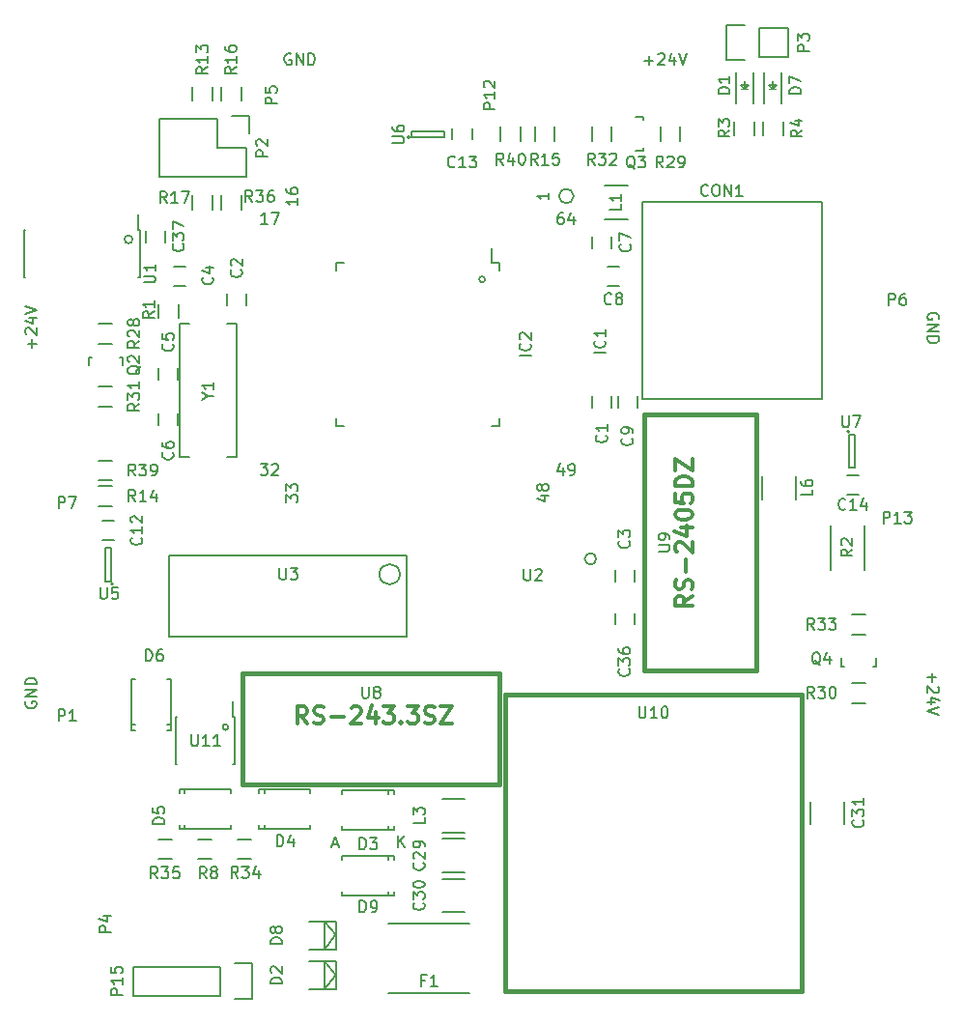
<source format=gto>
G04 #@! TF.FileFunction,Legend,Top*
%FSLAX46Y46*%
G04 Gerber Fmt 4.6, Leading zero omitted, Abs format (unit mm)*
G04 Created by KiCad (PCBNEW 4.0.5+dfsg1-4) date Tue May 30 16:14:19 2017*
%MOMM*%
%LPD*%
G01*
G04 APERTURE LIST*
%ADD10C,0.100000*%
%ADD11C,0.200000*%
%ADD12C,0.150000*%
%ADD13C,0.300000*%
%ADD14C,0.410000*%
%ADD15R,1.200000X2.700000*%
%ADD16C,1.200000*%
%ADD17R,0.960000X2.000000*%
%ADD18R,0.962000X2.150000*%
%ADD19R,0.657200X1.470000*%
%ADD20R,1.000000X1.880000*%
%ADD21R,1.800000X1.700000*%
%ADD22R,1.900000X1.700000*%
%ADD23R,1.490000X1.500000*%
%ADD24R,1.490000X1.600000*%
%ADD25R,1.700000X1.900000*%
%ADD26R,2.300580X5.800700*%
%ADD27R,0.750000X1.700000*%
%ADD28R,1.700000X0.750000*%
%ADD29R,1.100000X3.200000*%
%ADD30R,3.200000X1.100000*%
%ADD31R,1.500000X0.900000*%
%ADD32R,1.450000X1.200000*%
%ADD33R,1.200000X1.450000*%
%ADD34R,1.927200X1.927200*%
%ADD35O,1.927200X1.927200*%
%ADD36R,2.700000X1.200000*%
%ADD37R,1.701140X2.900020*%
%ADD38R,0.600000X1.200000*%
%ADD39R,1.260000X0.850000*%
%ADD40R,0.850000X1.260000*%
%ADD41R,0.800000X1.750000*%
%ADD42C,12.200000*%
%ADD43R,0.900000X1.500000*%
%ADD44R,1.000100X1.000100*%
%ADD45R,0.800000X1.700000*%
%ADD46R,2.699360X2.000860*%
%ADD47R,2.000860X2.699360*%
%ADD48R,2.500000X5.800000*%
%ADD49R,1.398880X1.398880*%
%ADD50R,2.232000X2.232000*%
%ADD51O,2.232000X2.232000*%
%ADD52C,2.232000*%
%ADD53C,1.724000*%
%ADD54R,1.927200X2.232000*%
%ADD55O,1.927200X2.232000*%
G04 APERTURE END LIST*
D10*
D11*
X114000000Y-73000000D02*
X129750000Y-73000000D01*
X114000000Y-90250000D02*
X114000000Y-73000000D01*
X129750000Y-90250000D02*
X114000000Y-90250000D01*
X129750000Y-73000000D02*
X129750000Y-90250000D01*
D12*
X60571429Y-85761905D02*
X60571429Y-85000000D01*
X60952381Y-85380952D02*
X60190476Y-85380952D01*
X60047619Y-84571429D02*
X60000000Y-84523810D01*
X59952381Y-84428572D01*
X59952381Y-84190476D01*
X60000000Y-84095238D01*
X60047619Y-84047619D01*
X60142857Y-84000000D01*
X60238095Y-84000000D01*
X60380952Y-84047619D01*
X60952381Y-84619048D01*
X60952381Y-84000000D01*
X60285714Y-83142857D02*
X60952381Y-83142857D01*
X59904762Y-83380953D02*
X60619048Y-83619048D01*
X60619048Y-83000000D01*
X59952381Y-82761905D02*
X60952381Y-82428572D01*
X59952381Y-82095238D01*
X60000000Y-116761904D02*
X59952381Y-116857142D01*
X59952381Y-116999999D01*
X60000000Y-117142857D01*
X60095238Y-117238095D01*
X60190476Y-117285714D01*
X60380952Y-117333333D01*
X60523810Y-117333333D01*
X60714286Y-117285714D01*
X60809524Y-117238095D01*
X60904762Y-117142857D01*
X60952381Y-116999999D01*
X60952381Y-116904761D01*
X60904762Y-116761904D01*
X60857143Y-116714285D01*
X60523810Y-116714285D01*
X60523810Y-116904761D01*
X60952381Y-116285714D02*
X59952381Y-116285714D01*
X60952381Y-115714285D01*
X59952381Y-115714285D01*
X60952381Y-115238095D02*
X59952381Y-115238095D01*
X59952381Y-115000000D01*
X60000000Y-114857142D01*
X60095238Y-114761904D01*
X60190476Y-114714285D01*
X60380952Y-114666666D01*
X60523810Y-114666666D01*
X60714286Y-114714285D01*
X60809524Y-114761904D01*
X60904762Y-114857142D01*
X60952381Y-115000000D01*
X60952381Y-115238095D01*
X83238096Y-60000000D02*
X83142858Y-59952381D01*
X83000001Y-59952381D01*
X82857143Y-60000000D01*
X82761905Y-60095238D01*
X82714286Y-60190476D01*
X82666667Y-60380952D01*
X82666667Y-60523810D01*
X82714286Y-60714286D01*
X82761905Y-60809524D01*
X82857143Y-60904762D01*
X83000001Y-60952381D01*
X83095239Y-60952381D01*
X83238096Y-60904762D01*
X83285715Y-60857143D01*
X83285715Y-60523810D01*
X83095239Y-60523810D01*
X83714286Y-60952381D02*
X83714286Y-59952381D01*
X84285715Y-60952381D01*
X84285715Y-59952381D01*
X84761905Y-60952381D02*
X84761905Y-59952381D01*
X85000000Y-59952381D01*
X85142858Y-60000000D01*
X85238096Y-60095238D01*
X85285715Y-60190476D01*
X85333334Y-60380952D01*
X85333334Y-60523810D01*
X85285715Y-60714286D01*
X85238096Y-60809524D01*
X85142858Y-60904762D01*
X85000000Y-60952381D01*
X84761905Y-60952381D01*
X114238095Y-60571429D02*
X115000000Y-60571429D01*
X114619048Y-60952381D02*
X114619048Y-60190476D01*
X115428571Y-60047619D02*
X115476190Y-60000000D01*
X115571428Y-59952381D01*
X115809524Y-59952381D01*
X115904762Y-60000000D01*
X115952381Y-60047619D01*
X116000000Y-60142857D01*
X116000000Y-60238095D01*
X115952381Y-60380952D01*
X115380952Y-60952381D01*
X116000000Y-60952381D01*
X116857143Y-60285714D02*
X116857143Y-60952381D01*
X116619047Y-59904762D02*
X116380952Y-60619048D01*
X117000000Y-60619048D01*
X117238095Y-59952381D02*
X117571428Y-60952381D01*
X117904762Y-59952381D01*
X140000000Y-83238096D02*
X140047619Y-83142858D01*
X140047619Y-83000001D01*
X140000000Y-82857143D01*
X139904762Y-82761905D01*
X139809524Y-82714286D01*
X139619048Y-82666667D01*
X139476190Y-82666667D01*
X139285714Y-82714286D01*
X139190476Y-82761905D01*
X139095238Y-82857143D01*
X139047619Y-83000001D01*
X139047619Y-83095239D01*
X139095238Y-83238096D01*
X139142857Y-83285715D01*
X139476190Y-83285715D01*
X139476190Y-83095239D01*
X139047619Y-83714286D02*
X140047619Y-83714286D01*
X139047619Y-84285715D01*
X140047619Y-84285715D01*
X139047619Y-84761905D02*
X140047619Y-84761905D01*
X140047619Y-85000000D01*
X140000000Y-85142858D01*
X139904762Y-85238096D01*
X139809524Y-85285715D01*
X139619048Y-85333334D01*
X139476190Y-85333334D01*
X139285714Y-85285715D01*
X139190476Y-85238096D01*
X139095238Y-85142858D01*
X139047619Y-85000000D01*
X139047619Y-84761905D01*
X139428571Y-114238095D02*
X139428571Y-115000000D01*
X139047619Y-114619048D02*
X139809524Y-114619048D01*
X139952381Y-115428571D02*
X140000000Y-115476190D01*
X140047619Y-115571428D01*
X140047619Y-115809524D01*
X140000000Y-115904762D01*
X139952381Y-115952381D01*
X139857143Y-116000000D01*
X139761905Y-116000000D01*
X139619048Y-115952381D01*
X139047619Y-115380952D01*
X139047619Y-116000000D01*
X139714286Y-116857143D02*
X139047619Y-116857143D01*
X140095238Y-116619047D02*
X139380952Y-116380952D01*
X139380952Y-117000000D01*
X140047619Y-117238095D02*
X139047619Y-117571428D01*
X140047619Y-117904762D01*
D11*
X100250000Y-79750000D02*
G75*
G03X100250000Y-79750000I-250000J0D01*
G01*
X77750000Y-119000000D02*
G75*
G03X77750000Y-119000000I-250000J0D01*
G01*
X110000000Y-104250000D02*
G75*
G03X110000000Y-104250000I-500000J0D01*
G01*
X69353553Y-76250000D02*
G75*
G03X69353553Y-76250000I-353553J0D01*
G01*
D13*
X118428571Y-107499998D02*
X117714286Y-107999998D01*
X118428571Y-108357141D02*
X116928571Y-108357141D01*
X116928571Y-107785713D01*
X117000000Y-107642855D01*
X117071429Y-107571427D01*
X117214286Y-107499998D01*
X117428571Y-107499998D01*
X117571429Y-107571427D01*
X117642857Y-107642855D01*
X117714286Y-107785713D01*
X117714286Y-108357141D01*
X118357143Y-106928570D02*
X118428571Y-106714284D01*
X118428571Y-106357141D01*
X118357143Y-106214284D01*
X118285714Y-106142855D01*
X118142857Y-106071427D01*
X118000000Y-106071427D01*
X117857143Y-106142855D01*
X117785714Y-106214284D01*
X117714286Y-106357141D01*
X117642857Y-106642855D01*
X117571429Y-106785713D01*
X117500000Y-106857141D01*
X117357143Y-106928570D01*
X117214286Y-106928570D01*
X117071429Y-106857141D01*
X117000000Y-106785713D01*
X116928571Y-106642855D01*
X116928571Y-106285713D01*
X117000000Y-106071427D01*
X117857143Y-105428570D02*
X117857143Y-104285713D01*
X117071429Y-103642856D02*
X117000000Y-103571427D01*
X116928571Y-103428570D01*
X116928571Y-103071427D01*
X117000000Y-102928570D01*
X117071429Y-102857141D01*
X117214286Y-102785713D01*
X117357143Y-102785713D01*
X117571429Y-102857141D01*
X118428571Y-103714284D01*
X118428571Y-102785713D01*
X117428571Y-101499999D02*
X118428571Y-101499999D01*
X116857143Y-101857142D02*
X117928571Y-102214285D01*
X117928571Y-101285713D01*
X116928571Y-100428571D02*
X116928571Y-100285714D01*
X117000000Y-100142857D01*
X117071429Y-100071428D01*
X117214286Y-99999999D01*
X117500000Y-99928571D01*
X117857143Y-99928571D01*
X118142857Y-99999999D01*
X118285714Y-100071428D01*
X118357143Y-100142857D01*
X118428571Y-100285714D01*
X118428571Y-100428571D01*
X118357143Y-100571428D01*
X118285714Y-100642857D01*
X118142857Y-100714285D01*
X117857143Y-100785714D01*
X117500000Y-100785714D01*
X117214286Y-100714285D01*
X117071429Y-100642857D01*
X117000000Y-100571428D01*
X116928571Y-100428571D01*
X116928571Y-98571428D02*
X116928571Y-99285714D01*
X117642857Y-99357143D01*
X117571429Y-99285714D01*
X117500000Y-99142857D01*
X117500000Y-98785714D01*
X117571429Y-98642857D01*
X117642857Y-98571428D01*
X117785714Y-98500000D01*
X118142857Y-98500000D01*
X118285714Y-98571428D01*
X118357143Y-98642857D01*
X118428571Y-98785714D01*
X118428571Y-99142857D01*
X118357143Y-99285714D01*
X118285714Y-99357143D01*
X118428571Y-97857143D02*
X116928571Y-97857143D01*
X116928571Y-97500000D01*
X117000000Y-97285715D01*
X117142857Y-97142857D01*
X117285714Y-97071429D01*
X117571429Y-97000000D01*
X117785714Y-97000000D01*
X118071429Y-97071429D01*
X118214286Y-97142857D01*
X118357143Y-97285715D01*
X118428571Y-97500000D01*
X118428571Y-97857143D01*
X116928571Y-96500000D02*
X116928571Y-95500000D01*
X118428571Y-96500000D01*
X118428571Y-95500000D01*
X84678573Y-118678571D02*
X84178573Y-117964286D01*
X83821430Y-118678571D02*
X83821430Y-117178571D01*
X84392858Y-117178571D01*
X84535716Y-117250000D01*
X84607144Y-117321429D01*
X84678573Y-117464286D01*
X84678573Y-117678571D01*
X84607144Y-117821429D01*
X84535716Y-117892857D01*
X84392858Y-117964286D01*
X83821430Y-117964286D01*
X85250001Y-118607143D02*
X85464287Y-118678571D01*
X85821430Y-118678571D01*
X85964287Y-118607143D01*
X86035716Y-118535714D01*
X86107144Y-118392857D01*
X86107144Y-118250000D01*
X86035716Y-118107143D01*
X85964287Y-118035714D01*
X85821430Y-117964286D01*
X85535716Y-117892857D01*
X85392858Y-117821429D01*
X85321430Y-117750000D01*
X85250001Y-117607143D01*
X85250001Y-117464286D01*
X85321430Y-117321429D01*
X85392858Y-117250000D01*
X85535716Y-117178571D01*
X85892858Y-117178571D01*
X86107144Y-117250000D01*
X86750001Y-118107143D02*
X87892858Y-118107143D01*
X88535715Y-117321429D02*
X88607144Y-117250000D01*
X88750001Y-117178571D01*
X89107144Y-117178571D01*
X89250001Y-117250000D01*
X89321430Y-117321429D01*
X89392858Y-117464286D01*
X89392858Y-117607143D01*
X89321430Y-117821429D01*
X88464287Y-118678571D01*
X89392858Y-118678571D01*
X90678572Y-117678571D02*
X90678572Y-118678571D01*
X90321429Y-117107143D02*
X89964286Y-118178571D01*
X90892858Y-118178571D01*
X91321429Y-117178571D02*
X92250000Y-117178571D01*
X91750000Y-117750000D01*
X91964286Y-117750000D01*
X92107143Y-117821429D01*
X92178572Y-117892857D01*
X92250000Y-118035714D01*
X92250000Y-118392857D01*
X92178572Y-118535714D01*
X92107143Y-118607143D01*
X91964286Y-118678571D01*
X91535714Y-118678571D01*
X91392857Y-118607143D01*
X91321429Y-118535714D01*
X92892857Y-118535714D02*
X92964285Y-118607143D01*
X92892857Y-118678571D01*
X92821428Y-118607143D01*
X92892857Y-118535714D01*
X92892857Y-118678571D01*
X93464286Y-117178571D02*
X94392857Y-117178571D01*
X93892857Y-117750000D01*
X94107143Y-117750000D01*
X94250000Y-117821429D01*
X94321429Y-117892857D01*
X94392857Y-118035714D01*
X94392857Y-118392857D01*
X94321429Y-118535714D01*
X94250000Y-118607143D01*
X94107143Y-118678571D01*
X93678571Y-118678571D01*
X93535714Y-118607143D01*
X93464286Y-118535714D01*
X94964285Y-118607143D02*
X95178571Y-118678571D01*
X95535714Y-118678571D01*
X95678571Y-118607143D01*
X95750000Y-118535714D01*
X95821428Y-118392857D01*
X95821428Y-118250000D01*
X95750000Y-118107143D01*
X95678571Y-118035714D01*
X95535714Y-117964286D01*
X95250000Y-117892857D01*
X95107142Y-117821429D01*
X95035714Y-117750000D01*
X94964285Y-117607143D01*
X94964285Y-117464286D01*
X95035714Y-117321429D01*
X95107142Y-117250000D01*
X95250000Y-117178571D01*
X95607142Y-117178571D01*
X95821428Y-117250000D01*
X96321428Y-117178571D02*
X97321428Y-117178571D01*
X96321428Y-118678571D01*
X97321428Y-118678571D01*
D12*
X98500000Y-125275000D02*
X96500000Y-125275000D01*
X96500000Y-128225000D02*
X98500000Y-128225000D01*
X92788026Y-105595000D02*
G75*
G03X92788026Y-105595000I-898026J0D01*
G01*
X93414000Y-103944000D02*
X93414000Y-111056000D01*
X93414000Y-111056000D02*
X72586000Y-111056000D01*
X72586000Y-111056000D02*
X72586000Y-103944000D01*
X72586000Y-103944000D02*
X93414000Y-103944000D01*
X73500640Y-83650380D02*
X73500640Y-95349620D01*
X78499360Y-95349620D02*
X78499360Y-83650380D01*
X73500640Y-95349620D02*
X74349000Y-95349620D01*
X78499360Y-95349620D02*
X77651000Y-95349620D01*
X73500640Y-83650380D02*
X74349000Y-83650380D01*
X78499360Y-83650380D02*
X77651000Y-83650380D01*
X101549529Y-78275019D02*
X100874529Y-78275019D01*
X101549529Y-92625019D02*
X100874529Y-92625019D01*
X87199529Y-92625019D02*
X87874529Y-92625019D01*
X87199529Y-78275019D02*
X87874529Y-78275019D01*
X101549529Y-78275019D02*
X101549529Y-78950019D01*
X87199529Y-78275019D02*
X87199529Y-78950019D01*
X87199529Y-92625019D02*
X87199529Y-91950019D01*
X101549529Y-92625019D02*
X101549529Y-91950019D01*
X100874529Y-78275019D02*
X100874529Y-77000019D01*
X108009529Y-72450019D02*
G75*
G03X108009529Y-72450019I-635000J0D01*
G01*
X71625000Y-83100000D02*
X71625000Y-81900000D01*
X73375000Y-81900000D02*
X73375000Y-83100000D01*
X109650000Y-90000000D02*
X109650000Y-91000000D01*
X111350000Y-91000000D02*
X111350000Y-90000000D01*
X79350000Y-82000000D02*
X79350000Y-81000000D01*
X77650000Y-81000000D02*
X77650000Y-82000000D01*
X111650000Y-105250000D02*
X111650000Y-106250000D01*
X113350000Y-106250000D02*
X113350000Y-105250000D01*
X73000000Y-80350000D02*
X74000000Y-80350000D01*
X74000000Y-78650000D02*
X73000000Y-78650000D01*
X71650000Y-87500000D02*
X71650000Y-88500000D01*
X73350000Y-88500000D02*
X73350000Y-87500000D01*
X73350000Y-92500000D02*
X73350000Y-91500000D01*
X71650000Y-91500000D02*
X71650000Y-92500000D01*
X111350000Y-77000000D02*
X111350000Y-76000000D01*
X109650000Y-76000000D02*
X109650000Y-77000000D01*
X112000000Y-78650000D02*
X111000000Y-78650000D01*
X111000000Y-80350000D02*
X112000000Y-80350000D01*
X110750000Y-74475000D02*
X112750000Y-74475000D01*
X112750000Y-71525000D02*
X110750000Y-71525000D01*
X76770000Y-65690000D02*
X71690000Y-65690000D01*
X79590000Y-65410000D02*
X79590000Y-66960000D01*
X79310000Y-68230000D02*
X76770000Y-68230000D01*
X76770000Y-68230000D02*
X76770000Y-65690000D01*
X71690000Y-65690000D02*
X71690000Y-70770000D01*
X71690000Y-70770000D02*
X76770000Y-70770000D01*
X79590000Y-65410000D02*
X78040000Y-65410000D01*
X79310000Y-70770000D02*
X79310000Y-68230000D01*
X76770000Y-70770000D02*
X79310000Y-70770000D01*
X66750000Y-102600000D02*
X67750000Y-102600000D01*
X67750000Y-100900000D02*
X66750000Y-100900000D01*
X97400000Y-66500000D02*
X97400000Y-67500000D01*
X99100000Y-67500000D02*
X99100000Y-66500000D01*
X133000000Y-96900000D02*
X132000000Y-96900000D01*
X132000000Y-98600000D02*
X133000000Y-98600000D01*
X96500000Y-131725000D02*
X98500000Y-131725000D01*
X98500000Y-128775000D02*
X96500000Y-128775000D01*
X96500000Y-135225000D02*
X98500000Y-135225000D01*
X98500000Y-132275000D02*
X96500000Y-132275000D01*
X128775000Y-125500000D02*
X128775000Y-127500000D01*
X131725000Y-127500000D02*
X131725000Y-125500000D01*
X87150620Y-140750000D02*
X86200660Y-141999680D01*
X86200660Y-141999680D02*
X86200660Y-139500320D01*
X86200660Y-139500320D02*
X87198880Y-140750000D01*
X87198880Y-141999680D02*
X87198880Y-139500320D01*
X84900180Y-141999680D02*
X84801120Y-141999680D01*
X84900180Y-139500320D02*
X84801120Y-139500320D01*
X87198880Y-141999680D02*
X84849380Y-141999680D01*
X87198880Y-139500320D02*
X84950980Y-139500320D01*
X124525000Y-97000000D02*
X124525000Y-99000000D01*
X127475000Y-99000000D02*
X127475000Y-97000000D01*
X133475000Y-101300000D02*
X133475000Y-105200000D01*
X130525000Y-105200000D02*
X130525000Y-101300000D01*
X67650000Y-106450000D02*
G75*
G03X67650000Y-106450000I-100000J0D01*
G01*
X67000000Y-106200000D02*
X67500000Y-106200000D01*
X67000000Y-103300000D02*
X67000000Y-106200000D01*
X67500000Y-103300000D02*
X67000000Y-103300000D01*
X67500000Y-106200000D02*
X67500000Y-103300000D01*
X93650000Y-67300000D02*
G75*
G03X93650000Y-67300000I-100000J0D01*
G01*
X93800000Y-66750000D02*
X93800000Y-67250000D01*
X96700000Y-66750000D02*
X93800000Y-66750000D01*
X96700000Y-67250000D02*
X96700000Y-66750000D01*
X93800000Y-67250000D02*
X96700000Y-67250000D01*
X132200000Y-93100000D02*
G75*
G03X132200000Y-93100000I-100000J0D01*
G01*
X132650000Y-93350000D02*
X132150000Y-93350000D01*
X132650000Y-96250000D02*
X132650000Y-93350000D01*
X132150000Y-96250000D02*
X132650000Y-96250000D01*
X132150000Y-93350000D02*
X132150000Y-96250000D01*
X78277876Y-118115452D02*
X78132876Y-118115452D01*
X78277876Y-122265452D02*
X78132876Y-122265452D01*
X73127876Y-122265452D02*
X73272876Y-122265452D01*
X73127876Y-118115452D02*
X73272876Y-118115452D01*
X78277876Y-118115452D02*
X78277876Y-122265452D01*
X73127876Y-118115452D02*
X73127876Y-122265452D01*
X78132876Y-118115452D02*
X78132876Y-116715452D01*
X75102876Y-128815452D02*
X76302876Y-128815452D01*
X76302876Y-130565452D02*
X75102876Y-130565452D01*
X74625000Y-64100000D02*
X74625000Y-62900000D01*
X76375000Y-62900000D02*
X76375000Y-64100000D01*
X77125000Y-64100000D02*
X77125000Y-62900000D01*
X78875000Y-62900000D02*
X78875000Y-64100000D01*
X76375000Y-72400000D02*
X76375000Y-73600000D01*
X74625000Y-73600000D02*
X74625000Y-72400000D01*
X78552876Y-128815452D02*
X79752876Y-128815452D01*
X79752876Y-130565452D02*
X78552876Y-130565452D01*
X71602876Y-128815452D02*
X72802876Y-128815452D01*
X72802876Y-130565452D02*
X71602876Y-130565452D01*
X68299160Y-86599760D02*
X68250900Y-86599760D01*
X65500180Y-87300800D02*
X65500180Y-86599760D01*
X65500180Y-86599760D02*
X65749100Y-86599760D01*
X68299160Y-86599760D02*
X68499820Y-86599760D01*
X68499820Y-86599760D02*
X68499820Y-87300800D01*
X114150240Y-68299160D02*
X114150240Y-68250900D01*
X113449200Y-65500180D02*
X114150240Y-65500180D01*
X114150240Y-65500180D02*
X114150240Y-65749100D01*
X114150240Y-68299160D02*
X114150240Y-68499820D01*
X114150240Y-68499820D02*
X113449200Y-68499820D01*
X131700840Y-113650240D02*
X131749100Y-113650240D01*
X134499820Y-112949200D02*
X134499820Y-113650240D01*
X134499820Y-113650240D02*
X134250900Y-113650240D01*
X131700840Y-113650240D02*
X131500180Y-113650240D01*
X131500180Y-113650240D02*
X131500180Y-112949200D01*
X67600000Y-85375000D02*
X66400000Y-85375000D01*
X66400000Y-83625000D02*
X67600000Y-83625000D01*
X115625000Y-67600000D02*
X115625000Y-66400000D01*
X117375000Y-66400000D02*
X117375000Y-67600000D01*
X132400000Y-115125000D02*
X133600000Y-115125000D01*
X133600000Y-116875000D02*
X132400000Y-116875000D01*
X66400000Y-89125000D02*
X67600000Y-89125000D01*
X67600000Y-90875000D02*
X66400000Y-90875000D01*
X111375000Y-66400000D02*
X111375000Y-67600000D01*
X109625000Y-67600000D02*
X109625000Y-66400000D01*
X133600000Y-110875000D02*
X132400000Y-110875000D01*
X132400000Y-109125000D02*
X133600000Y-109125000D01*
X77125000Y-73600000D02*
X77125000Y-72400000D01*
X78875000Y-72400000D02*
X78875000Y-73600000D01*
X69975000Y-75425000D02*
X69870000Y-75425000D01*
X69975000Y-79575000D02*
X69870000Y-79575000D01*
X59825000Y-79575000D02*
X59930000Y-79575000D01*
X59825000Y-75425000D02*
X59930000Y-75425000D01*
X69975000Y-75425000D02*
X69975000Y-79575000D01*
X59825000Y-75425000D02*
X59825000Y-79575000D01*
X69870000Y-75425000D02*
X69870000Y-74050000D01*
X91799140Y-124499940D02*
X91799140Y-124850460D01*
X91799140Y-128000060D02*
X91799140Y-127649540D01*
X87749560Y-124499940D02*
X87749560Y-124850460D01*
X92250440Y-124499940D02*
X92250440Y-124850460D01*
X92250440Y-128000060D02*
X92250440Y-127649540D01*
X87749560Y-128000060D02*
X87749560Y-127649540D01*
X92250440Y-124499940D02*
X87749560Y-124499940D01*
X92250440Y-128000060D02*
X87749560Y-128000060D01*
X80903736Y-127940512D02*
X80903736Y-127589992D01*
X80903736Y-124440392D02*
X80903736Y-124790912D01*
X84953316Y-127940512D02*
X84953316Y-127589992D01*
X80452436Y-127940512D02*
X80452436Y-127589992D01*
X80452436Y-124440392D02*
X80452436Y-124790912D01*
X84953316Y-124440392D02*
X84953316Y-124790912D01*
X80452436Y-127940512D02*
X84953316Y-127940512D01*
X80452436Y-124440392D02*
X84953316Y-124440392D01*
X73903736Y-127940512D02*
X73903736Y-127589992D01*
X73903736Y-124440392D02*
X73903736Y-124790912D01*
X77953316Y-127940512D02*
X77953316Y-127589992D01*
X73452436Y-127940512D02*
X73452436Y-127589992D01*
X73452436Y-124440392D02*
X73452436Y-124790912D01*
X77953316Y-124440392D02*
X77953316Y-124790912D01*
X73452436Y-127940512D02*
X77953316Y-127940512D01*
X73452436Y-124440392D02*
X77953316Y-124440392D01*
X72750060Y-118799140D02*
X72399540Y-118799140D01*
X69249940Y-118799140D02*
X69600460Y-118799140D01*
X72750060Y-114749560D02*
X72399540Y-114749560D01*
X72750060Y-119250440D02*
X72399540Y-119250440D01*
X69249940Y-119250440D02*
X69600460Y-119250440D01*
X69249940Y-114749560D02*
X69600460Y-114749560D01*
X72750060Y-119250440D02*
X72750060Y-114749560D01*
X69249940Y-119250440D02*
X69249940Y-114749560D01*
X98917752Y-142293248D02*
X91805752Y-142293248D01*
X98917752Y-136197248D02*
X91805752Y-136197248D01*
X111900000Y-90000000D02*
X111900000Y-91000000D01*
X113600000Y-91000000D02*
X113600000Y-90000000D01*
X123750000Y-64350000D02*
X123750000Y-61650000D01*
X122250000Y-64350000D02*
X122250000Y-61650000D01*
X123150000Y-62850000D02*
X122900000Y-62850000D01*
X122900000Y-62850000D02*
X123050000Y-63000000D01*
X122650000Y-63100000D02*
X123350000Y-63100000D01*
X123000000Y-62750000D02*
X123000000Y-62400000D01*
X123000000Y-63100000D02*
X122650000Y-62750000D01*
X122650000Y-62750000D02*
X123350000Y-62750000D01*
X123350000Y-62750000D02*
X123000000Y-63100000D01*
X126250000Y-64350000D02*
X126250000Y-61650000D01*
X124750000Y-64350000D02*
X124750000Y-61650000D01*
X125650000Y-62850000D02*
X125400000Y-62850000D01*
X125400000Y-62850000D02*
X125550000Y-63000000D01*
X125150000Y-63100000D02*
X125850000Y-63100000D01*
X125500000Y-62750000D02*
X125500000Y-62400000D01*
X125500000Y-63100000D02*
X125150000Y-62750000D01*
X125150000Y-62750000D02*
X125850000Y-62750000D01*
X125850000Y-62750000D02*
X125500000Y-63100000D01*
X124270000Y-57730000D02*
X126810000Y-57730000D01*
X121450000Y-57450000D02*
X123000000Y-57450000D01*
X124270000Y-57730000D02*
X124270000Y-60270000D01*
X123000000Y-60550000D02*
X121450000Y-60550000D01*
X121450000Y-60550000D02*
X121450000Y-57450000D01*
X124270000Y-60270000D02*
X126810000Y-60270000D01*
X126810000Y-60270000D02*
X126810000Y-57730000D01*
X122125000Y-67100000D02*
X122125000Y-65900000D01*
X123875000Y-65900000D02*
X123875000Y-67100000D01*
X124625000Y-67100000D02*
X124625000Y-65900000D01*
X126375000Y-65900000D02*
X126375000Y-67100000D01*
X66400000Y-97875000D02*
X67600000Y-97875000D01*
X67600000Y-99625000D02*
X66400000Y-99625000D01*
X106375000Y-66400000D02*
X106375000Y-67600000D01*
X104625000Y-67600000D02*
X104625000Y-66400000D01*
X67600000Y-97375000D02*
X66400000Y-97375000D01*
X66400000Y-95625000D02*
X67600000Y-95625000D01*
X103375000Y-66400000D02*
X103375000Y-67600000D01*
X101625000Y-67600000D02*
X101625000Y-66400000D01*
X113350000Y-110000000D02*
X113350000Y-109000000D01*
X111650000Y-109000000D02*
X111650000Y-110000000D01*
X70550000Y-75500000D02*
X70550000Y-76500000D01*
X72250000Y-76500000D02*
X72250000Y-75500000D01*
D14*
X102000000Y-116160000D02*
X128000000Y-116160000D01*
X102000000Y-142160000D02*
X102000000Y-116160000D01*
X128000000Y-142160000D02*
X102000000Y-142160000D01*
X128000000Y-116160000D02*
X128000000Y-142160000D01*
X101500000Y-124000000D02*
X79000000Y-124000000D01*
X101500000Y-114250000D02*
X101500000Y-124000000D01*
X79000000Y-114250000D02*
X101500000Y-114250000D01*
X79000000Y-124000000D02*
X79000000Y-114250000D01*
X124000000Y-91560000D02*
X124000000Y-114060000D01*
X114250000Y-91560000D02*
X124000000Y-91560000D01*
X114250000Y-114060000D02*
X114250000Y-91560000D01*
X124000000Y-114060000D02*
X114250000Y-114060000D01*
D12*
X77020000Y-139980000D02*
X69400000Y-139980000D01*
X77020000Y-142520000D02*
X69400000Y-142520000D01*
X79840000Y-142800000D02*
X78290000Y-142800000D01*
X69400000Y-139980000D02*
X69400000Y-142520000D01*
X77020000Y-142520000D02*
X77020000Y-139980000D01*
X78290000Y-139700000D02*
X79840000Y-139700000D01*
X79840000Y-139700000D02*
X79840000Y-142800000D01*
X87150620Y-137250000D02*
X86200660Y-138499680D01*
X86200660Y-138499680D02*
X86200660Y-136000320D01*
X86200660Y-136000320D02*
X87198880Y-137250000D01*
X87198880Y-138499680D02*
X87198880Y-136000320D01*
X84900180Y-138499680D02*
X84801120Y-138499680D01*
X84900180Y-136000320D02*
X84801120Y-136000320D01*
X87198880Y-138499680D02*
X84849380Y-138499680D01*
X87198880Y-136000320D02*
X84950980Y-136000320D01*
X91799140Y-130249940D02*
X91799140Y-130600460D01*
X91799140Y-133750060D02*
X91799140Y-133399540D01*
X87749560Y-130249940D02*
X87749560Y-130600460D01*
X92250440Y-130249940D02*
X92250440Y-130600460D01*
X92250440Y-133750060D02*
X92250440Y-133399540D01*
X87749560Y-133750060D02*
X87749560Y-133399540D01*
X92250440Y-130249940D02*
X87749560Y-130249940D01*
X92250440Y-133750060D02*
X87749560Y-133750060D01*
X94952381Y-126916666D02*
X94952381Y-127392857D01*
X93952381Y-127392857D01*
X93952381Y-126678571D02*
X93952381Y-126059523D01*
X94333333Y-126392857D01*
X94333333Y-126249999D01*
X94380952Y-126154761D01*
X94428571Y-126107142D01*
X94523810Y-126059523D01*
X94761905Y-126059523D01*
X94857143Y-126107142D01*
X94904762Y-126154761D01*
X94952381Y-126249999D01*
X94952381Y-126535714D01*
X94904762Y-126630952D01*
X94857143Y-126678571D01*
X62876905Y-99782381D02*
X62876905Y-98782381D01*
X63257858Y-98782381D01*
X63353096Y-98830000D01*
X63400715Y-98877619D01*
X63448334Y-98972857D01*
X63448334Y-99115714D01*
X63400715Y-99210952D01*
X63353096Y-99258571D01*
X63257858Y-99306190D01*
X62876905Y-99306190D01*
X63781667Y-98782381D02*
X64448334Y-98782381D01*
X64019762Y-99782381D01*
X67452381Y-136988095D02*
X66452381Y-136988095D01*
X66452381Y-136607142D01*
X66500000Y-136511904D01*
X66547619Y-136464285D01*
X66642857Y-136416666D01*
X66785714Y-136416666D01*
X66880952Y-136464285D01*
X66928571Y-136511904D01*
X66976190Y-136607142D01*
X66976190Y-136988095D01*
X66785714Y-135559523D02*
X67452381Y-135559523D01*
X66404762Y-135797619D02*
X67119048Y-136035714D01*
X67119048Y-135416666D01*
X101122381Y-64829286D02*
X100122381Y-64829286D01*
X100122381Y-64448333D01*
X100170000Y-64353095D01*
X100217619Y-64305476D01*
X100312857Y-64257857D01*
X100455714Y-64257857D01*
X100550952Y-64305476D01*
X100598571Y-64353095D01*
X100646190Y-64448333D01*
X100646190Y-64829286D01*
X101122381Y-63305476D02*
X101122381Y-63876905D01*
X101122381Y-63591191D02*
X100122381Y-63591191D01*
X100265238Y-63686429D01*
X100360476Y-63781667D01*
X100408095Y-63876905D01*
X100217619Y-62924524D02*
X100170000Y-62876905D01*
X100122381Y-62781667D01*
X100122381Y-62543571D01*
X100170000Y-62448333D01*
X100217619Y-62400714D01*
X100312857Y-62353095D01*
X100408095Y-62353095D01*
X100550952Y-62400714D01*
X101122381Y-62972143D01*
X101122381Y-62353095D01*
X103663095Y-105132381D02*
X103663095Y-105941905D01*
X103710714Y-106037143D01*
X103758333Y-106084762D01*
X103853571Y-106132381D01*
X104044048Y-106132381D01*
X104139286Y-106084762D01*
X104186905Y-106037143D01*
X104234524Y-105941905D01*
X104234524Y-105132381D01*
X104663095Y-105227619D02*
X104710714Y-105180000D01*
X104805952Y-105132381D01*
X105044048Y-105132381D01*
X105139286Y-105180000D01*
X105186905Y-105227619D01*
X105234524Y-105322857D01*
X105234524Y-105418095D01*
X105186905Y-105560952D01*
X104615476Y-106132381D01*
X105234524Y-106132381D01*
X82238095Y-105047381D02*
X82238095Y-105856905D01*
X82285714Y-105952143D01*
X82333333Y-105999762D01*
X82428571Y-106047381D01*
X82619048Y-106047381D01*
X82714286Y-105999762D01*
X82761905Y-105952143D01*
X82809524Y-105856905D01*
X82809524Y-105047381D01*
X83190476Y-105047381D02*
X83809524Y-105047381D01*
X83476190Y-105428333D01*
X83619048Y-105428333D01*
X83714286Y-105475952D01*
X83761905Y-105523571D01*
X83809524Y-105618810D01*
X83809524Y-105856905D01*
X83761905Y-105952143D01*
X83714286Y-105999762D01*
X83619048Y-106047381D01*
X83333333Y-106047381D01*
X83238095Y-105999762D01*
X83190476Y-105952143D01*
X119785715Y-72357143D02*
X119738096Y-72404762D01*
X119595239Y-72452381D01*
X119500001Y-72452381D01*
X119357143Y-72404762D01*
X119261905Y-72309524D01*
X119214286Y-72214286D01*
X119166667Y-72023810D01*
X119166667Y-71880952D01*
X119214286Y-71690476D01*
X119261905Y-71595238D01*
X119357143Y-71500000D01*
X119500001Y-71452381D01*
X119595239Y-71452381D01*
X119738096Y-71500000D01*
X119785715Y-71547619D01*
X120404762Y-71452381D02*
X120595239Y-71452381D01*
X120690477Y-71500000D01*
X120785715Y-71595238D01*
X120833334Y-71785714D01*
X120833334Y-72119048D01*
X120785715Y-72309524D01*
X120690477Y-72404762D01*
X120595239Y-72452381D01*
X120404762Y-72452381D01*
X120309524Y-72404762D01*
X120214286Y-72309524D01*
X120166667Y-72119048D01*
X120166667Y-71785714D01*
X120214286Y-71595238D01*
X120309524Y-71500000D01*
X120404762Y-71452381D01*
X121261905Y-72452381D02*
X121261905Y-71452381D01*
X121833334Y-72452381D01*
X121833334Y-71452381D01*
X122833334Y-72452381D02*
X122261905Y-72452381D01*
X122547619Y-72452381D02*
X122547619Y-71452381D01*
X122452381Y-71595238D01*
X122357143Y-71690476D01*
X122261905Y-71738095D01*
X75976190Y-89976191D02*
X76452381Y-89976191D01*
X75452381Y-90309524D02*
X75976190Y-89976191D01*
X75452381Y-89642857D01*
X76452381Y-88785714D02*
X76452381Y-89357143D01*
X76452381Y-89071429D02*
X75452381Y-89071429D01*
X75595238Y-89166667D01*
X75690476Y-89261905D01*
X75738095Y-89357143D01*
X104276910Y-86426209D02*
X103276910Y-86426209D01*
X104181672Y-85378590D02*
X104229291Y-85426209D01*
X104276910Y-85569066D01*
X104276910Y-85664304D01*
X104229291Y-85807162D01*
X104134053Y-85902400D01*
X104038815Y-85950019D01*
X103848339Y-85997638D01*
X103705481Y-85997638D01*
X103515005Y-85950019D01*
X103419767Y-85902400D01*
X103324529Y-85807162D01*
X103276910Y-85664304D01*
X103276910Y-85569066D01*
X103324529Y-85426209D01*
X103372148Y-85378590D01*
X103372148Y-84997638D02*
X103324529Y-84950019D01*
X103276910Y-84854781D01*
X103276910Y-84616685D01*
X103324529Y-84521447D01*
X103372148Y-84473828D01*
X103467386Y-84426209D01*
X103562624Y-84426209D01*
X103705481Y-84473828D01*
X104276910Y-85045257D01*
X104276910Y-84426209D01*
X110826910Y-86176209D02*
X109826910Y-86176209D01*
X110731672Y-85128590D02*
X110779291Y-85176209D01*
X110826910Y-85319066D01*
X110826910Y-85414304D01*
X110779291Y-85557162D01*
X110684053Y-85652400D01*
X110588815Y-85700019D01*
X110398339Y-85747638D01*
X110255481Y-85747638D01*
X110065005Y-85700019D01*
X109969767Y-85652400D01*
X109874529Y-85557162D01*
X109826910Y-85414304D01*
X109826910Y-85319066D01*
X109874529Y-85176209D01*
X109922148Y-85128590D01*
X110826910Y-84176209D02*
X110826910Y-84747638D01*
X110826910Y-84461924D02*
X109826910Y-84461924D01*
X109969767Y-84557162D01*
X110065005Y-84652400D01*
X110112624Y-84747638D01*
X107088815Y-73902400D02*
X106898338Y-73902400D01*
X106803100Y-73950019D01*
X106755481Y-73997638D01*
X106660243Y-74140495D01*
X106612624Y-74330971D01*
X106612624Y-74711924D01*
X106660243Y-74807162D01*
X106707862Y-74854781D01*
X106803100Y-74902400D01*
X106993577Y-74902400D01*
X107088815Y-74854781D01*
X107136434Y-74807162D01*
X107184053Y-74711924D01*
X107184053Y-74473829D01*
X107136434Y-74378590D01*
X107088815Y-74330971D01*
X106993577Y-74283352D01*
X106803100Y-74283352D01*
X106707862Y-74330971D01*
X106660243Y-74378590D01*
X106612624Y-74473829D01*
X108041196Y-74235733D02*
X108041196Y-74902400D01*
X107803100Y-73854781D02*
X107565005Y-74569067D01*
X108184053Y-74569067D01*
X107088815Y-96235733D02*
X107088815Y-96902400D01*
X106850719Y-95854781D02*
X106612624Y-96569067D01*
X107231672Y-96569067D01*
X107660243Y-96902400D02*
X107850719Y-96902400D01*
X107945958Y-96854781D01*
X107993577Y-96807162D01*
X108088815Y-96664305D01*
X108136434Y-96473829D01*
X108136434Y-96092876D01*
X108088815Y-95997638D01*
X108041196Y-95950019D01*
X107945958Y-95902400D01*
X107755481Y-95902400D01*
X107660243Y-95950019D01*
X107612624Y-95997638D01*
X107565005Y-96092876D01*
X107565005Y-96330971D01*
X107612624Y-96426209D01*
X107660243Y-96473829D01*
X107755481Y-96521448D01*
X107945958Y-96521448D01*
X108041196Y-96473829D01*
X108088815Y-96426209D01*
X108136434Y-96330971D01*
X105160243Y-98735733D02*
X105826910Y-98735733D01*
X104779291Y-98973829D02*
X105493577Y-99211924D01*
X105493577Y-98592876D01*
X105255481Y-98069067D02*
X105207862Y-98164305D01*
X105160243Y-98211924D01*
X105065005Y-98259543D01*
X105017386Y-98259543D01*
X104922148Y-98211924D01*
X104874529Y-98164305D01*
X104826910Y-98069067D01*
X104826910Y-97878590D01*
X104874529Y-97783352D01*
X104922148Y-97735733D01*
X105017386Y-97688114D01*
X105065005Y-97688114D01*
X105160243Y-97735733D01*
X105207862Y-97783352D01*
X105255481Y-97878590D01*
X105255481Y-98069067D01*
X105303100Y-98164305D01*
X105350719Y-98211924D01*
X105445958Y-98259543D01*
X105636434Y-98259543D01*
X105731672Y-98211924D01*
X105779291Y-98164305D01*
X105826910Y-98069067D01*
X105826910Y-97878590D01*
X105779291Y-97783352D01*
X105731672Y-97735733D01*
X105636434Y-97688114D01*
X105445958Y-97688114D01*
X105350719Y-97735733D01*
X105303100Y-97783352D01*
X105255481Y-97878590D01*
X82826910Y-99259543D02*
X82826910Y-98640495D01*
X83207862Y-98973829D01*
X83207862Y-98830971D01*
X83255481Y-98735733D01*
X83303100Y-98688114D01*
X83398339Y-98640495D01*
X83636434Y-98640495D01*
X83731672Y-98688114D01*
X83779291Y-98735733D01*
X83826910Y-98830971D01*
X83826910Y-99116686D01*
X83779291Y-99211924D01*
X83731672Y-99259543D01*
X82826910Y-98307162D02*
X82826910Y-97688114D01*
X83207862Y-98021448D01*
X83207862Y-97878590D01*
X83255481Y-97783352D01*
X83303100Y-97735733D01*
X83398339Y-97688114D01*
X83636434Y-97688114D01*
X83731672Y-97735733D01*
X83779291Y-97783352D01*
X83826910Y-97878590D01*
X83826910Y-98164305D01*
X83779291Y-98259543D01*
X83731672Y-98307162D01*
X80565005Y-95902400D02*
X81184053Y-95902400D01*
X80850719Y-96283352D01*
X80993577Y-96283352D01*
X81088815Y-96330971D01*
X81136434Y-96378590D01*
X81184053Y-96473829D01*
X81184053Y-96711924D01*
X81136434Y-96807162D01*
X81088815Y-96854781D01*
X80993577Y-96902400D01*
X80707862Y-96902400D01*
X80612624Y-96854781D01*
X80565005Y-96807162D01*
X81565005Y-95997638D02*
X81612624Y-95950019D01*
X81707862Y-95902400D01*
X81945958Y-95902400D01*
X82041196Y-95950019D01*
X82088815Y-95997638D01*
X82136434Y-96092876D01*
X82136434Y-96188114D01*
X82088815Y-96330971D01*
X81517386Y-96902400D01*
X82136434Y-96902400D01*
X81184053Y-74902400D02*
X80612624Y-74902400D01*
X80898338Y-74902400D02*
X80898338Y-73902400D01*
X80803100Y-74045257D01*
X80707862Y-74140495D01*
X80612624Y-74188114D01*
X81517386Y-73902400D02*
X82184053Y-73902400D01*
X81755481Y-74902400D01*
X83826910Y-72640495D02*
X83826910Y-73211924D01*
X83826910Y-72926210D02*
X82826910Y-72926210D01*
X82969767Y-73021448D01*
X83065005Y-73116686D01*
X83112624Y-73211924D01*
X82826910Y-71783352D02*
X82826910Y-71973829D01*
X82874529Y-72069067D01*
X82922148Y-72116686D01*
X83065005Y-72211924D01*
X83255481Y-72259543D01*
X83636434Y-72259543D01*
X83731672Y-72211924D01*
X83779291Y-72164305D01*
X83826910Y-72069067D01*
X83826910Y-71878590D01*
X83779291Y-71783352D01*
X83731672Y-71735733D01*
X83636434Y-71688114D01*
X83398339Y-71688114D01*
X83303100Y-71735733D01*
X83255481Y-71783352D01*
X83207862Y-71878590D01*
X83207862Y-72069067D01*
X83255481Y-72164305D01*
X83303100Y-72211924D01*
X83398339Y-72259543D01*
X105826910Y-72164304D02*
X105826910Y-72735733D01*
X105826910Y-72450019D02*
X104826910Y-72450019D01*
X104969767Y-72545257D01*
X105065005Y-72640495D01*
X105112624Y-72735733D01*
X71252381Y-82566666D02*
X70776190Y-82900000D01*
X71252381Y-83138095D02*
X70252381Y-83138095D01*
X70252381Y-82757142D01*
X70300000Y-82661904D01*
X70347619Y-82614285D01*
X70442857Y-82566666D01*
X70585714Y-82566666D01*
X70680952Y-82614285D01*
X70728571Y-82661904D01*
X70776190Y-82757142D01*
X70776190Y-83138095D01*
X71252381Y-81614285D02*
X71252381Y-82185714D01*
X71252381Y-81900000D02*
X70252381Y-81900000D01*
X70395238Y-81995238D01*
X70490476Y-82090476D01*
X70538095Y-82185714D01*
X110857143Y-93416666D02*
X110904762Y-93464285D01*
X110952381Y-93607142D01*
X110952381Y-93702380D01*
X110904762Y-93845238D01*
X110809524Y-93940476D01*
X110714286Y-93988095D01*
X110523810Y-94035714D01*
X110380952Y-94035714D01*
X110190476Y-93988095D01*
X110095238Y-93940476D01*
X110000000Y-93845238D01*
X109952381Y-93702380D01*
X109952381Y-93607142D01*
X110000000Y-93464285D01*
X110047619Y-93416666D01*
X110952381Y-92464285D02*
X110952381Y-93035714D01*
X110952381Y-92750000D02*
X109952381Y-92750000D01*
X110095238Y-92845238D01*
X110190476Y-92940476D01*
X110238095Y-93035714D01*
X78857143Y-78916666D02*
X78904762Y-78964285D01*
X78952381Y-79107142D01*
X78952381Y-79202380D01*
X78904762Y-79345238D01*
X78809524Y-79440476D01*
X78714286Y-79488095D01*
X78523810Y-79535714D01*
X78380952Y-79535714D01*
X78190476Y-79488095D01*
X78095238Y-79440476D01*
X78000000Y-79345238D01*
X77952381Y-79202380D01*
X77952381Y-79107142D01*
X78000000Y-78964285D01*
X78047619Y-78916666D01*
X78047619Y-78535714D02*
X78000000Y-78488095D01*
X77952381Y-78392857D01*
X77952381Y-78154761D01*
X78000000Y-78059523D01*
X78047619Y-78011904D01*
X78142857Y-77964285D01*
X78238095Y-77964285D01*
X78380952Y-78011904D01*
X78952381Y-78583333D01*
X78952381Y-77964285D01*
X112857143Y-102666666D02*
X112904762Y-102714285D01*
X112952381Y-102857142D01*
X112952381Y-102952380D01*
X112904762Y-103095238D01*
X112809524Y-103190476D01*
X112714286Y-103238095D01*
X112523810Y-103285714D01*
X112380952Y-103285714D01*
X112190476Y-103238095D01*
X112095238Y-103190476D01*
X112000000Y-103095238D01*
X111952381Y-102952380D01*
X111952381Y-102857142D01*
X112000000Y-102714285D01*
X112047619Y-102666666D01*
X111952381Y-102333333D02*
X111952381Y-101714285D01*
X112333333Y-102047619D01*
X112333333Y-101904761D01*
X112380952Y-101809523D01*
X112428571Y-101761904D01*
X112523810Y-101714285D01*
X112761905Y-101714285D01*
X112857143Y-101761904D01*
X112904762Y-101809523D01*
X112952381Y-101904761D01*
X112952381Y-102190476D01*
X112904762Y-102285714D01*
X112857143Y-102333333D01*
X76357143Y-79566666D02*
X76404762Y-79614285D01*
X76452381Y-79757142D01*
X76452381Y-79852380D01*
X76404762Y-79995238D01*
X76309524Y-80090476D01*
X76214286Y-80138095D01*
X76023810Y-80185714D01*
X75880952Y-80185714D01*
X75690476Y-80138095D01*
X75595238Y-80090476D01*
X75500000Y-79995238D01*
X75452381Y-79852380D01*
X75452381Y-79757142D01*
X75500000Y-79614285D01*
X75547619Y-79566666D01*
X75785714Y-78709523D02*
X76452381Y-78709523D01*
X75404762Y-78947619D02*
X76119048Y-79185714D01*
X76119048Y-78566666D01*
X72857143Y-85416666D02*
X72904762Y-85464285D01*
X72952381Y-85607142D01*
X72952381Y-85702380D01*
X72904762Y-85845238D01*
X72809524Y-85940476D01*
X72714286Y-85988095D01*
X72523810Y-86035714D01*
X72380952Y-86035714D01*
X72190476Y-85988095D01*
X72095238Y-85940476D01*
X72000000Y-85845238D01*
X71952381Y-85702380D01*
X71952381Y-85607142D01*
X72000000Y-85464285D01*
X72047619Y-85416666D01*
X71952381Y-84511904D02*
X71952381Y-84988095D01*
X72428571Y-85035714D01*
X72380952Y-84988095D01*
X72333333Y-84892857D01*
X72333333Y-84654761D01*
X72380952Y-84559523D01*
X72428571Y-84511904D01*
X72523810Y-84464285D01*
X72761905Y-84464285D01*
X72857143Y-84511904D01*
X72904762Y-84559523D01*
X72952381Y-84654761D01*
X72952381Y-84892857D01*
X72904762Y-84988095D01*
X72857143Y-85035714D01*
X72857143Y-94916666D02*
X72904762Y-94964285D01*
X72952381Y-95107142D01*
X72952381Y-95202380D01*
X72904762Y-95345238D01*
X72809524Y-95440476D01*
X72714286Y-95488095D01*
X72523810Y-95535714D01*
X72380952Y-95535714D01*
X72190476Y-95488095D01*
X72095238Y-95440476D01*
X72000000Y-95345238D01*
X71952381Y-95202380D01*
X71952381Y-95107142D01*
X72000000Y-94964285D01*
X72047619Y-94916666D01*
X71952381Y-94059523D02*
X71952381Y-94250000D01*
X72000000Y-94345238D01*
X72047619Y-94392857D01*
X72190476Y-94488095D01*
X72380952Y-94535714D01*
X72761905Y-94535714D01*
X72857143Y-94488095D01*
X72904762Y-94440476D01*
X72952381Y-94345238D01*
X72952381Y-94154761D01*
X72904762Y-94059523D01*
X72857143Y-94011904D01*
X72761905Y-93964285D01*
X72523810Y-93964285D01*
X72428571Y-94011904D01*
X72380952Y-94059523D01*
X72333333Y-94154761D01*
X72333333Y-94345238D01*
X72380952Y-94440476D01*
X72428571Y-94488095D01*
X72523810Y-94535714D01*
X112957143Y-76666666D02*
X113004762Y-76714285D01*
X113052381Y-76857142D01*
X113052381Y-76952380D01*
X113004762Y-77095238D01*
X112909524Y-77190476D01*
X112814286Y-77238095D01*
X112623810Y-77285714D01*
X112480952Y-77285714D01*
X112290476Y-77238095D01*
X112195238Y-77190476D01*
X112100000Y-77095238D01*
X112052381Y-76952380D01*
X112052381Y-76857142D01*
X112100000Y-76714285D01*
X112147619Y-76666666D01*
X112052381Y-76333333D02*
X112052381Y-75666666D01*
X113052381Y-76095238D01*
X111333334Y-81857143D02*
X111285715Y-81904762D01*
X111142858Y-81952381D01*
X111047620Y-81952381D01*
X110904762Y-81904762D01*
X110809524Y-81809524D01*
X110761905Y-81714286D01*
X110714286Y-81523810D01*
X110714286Y-81380952D01*
X110761905Y-81190476D01*
X110809524Y-81095238D01*
X110904762Y-81000000D01*
X111047620Y-80952381D01*
X111142858Y-80952381D01*
X111285715Y-81000000D01*
X111333334Y-81047619D01*
X111904762Y-81380952D02*
X111809524Y-81333333D01*
X111761905Y-81285714D01*
X111714286Y-81190476D01*
X111714286Y-81142857D01*
X111761905Y-81047619D01*
X111809524Y-81000000D01*
X111904762Y-80952381D01*
X112095239Y-80952381D01*
X112190477Y-81000000D01*
X112238096Y-81047619D01*
X112285715Y-81142857D01*
X112285715Y-81190476D01*
X112238096Y-81285714D01*
X112190477Y-81333333D01*
X112095239Y-81380952D01*
X111904762Y-81380952D01*
X111809524Y-81428571D01*
X111761905Y-81476190D01*
X111714286Y-81571429D01*
X111714286Y-81761905D01*
X111761905Y-81857143D01*
X111809524Y-81904762D01*
X111904762Y-81952381D01*
X112095239Y-81952381D01*
X112190477Y-81904762D01*
X112238096Y-81857143D01*
X112285715Y-81761905D01*
X112285715Y-81571429D01*
X112238096Y-81476190D01*
X112190477Y-81428571D01*
X112095239Y-81380952D01*
X112202381Y-73166666D02*
X112202381Y-73642857D01*
X111202381Y-73642857D01*
X112202381Y-72309523D02*
X112202381Y-72880952D01*
X112202381Y-72595238D02*
X111202381Y-72595238D01*
X111345238Y-72690476D01*
X111440476Y-72785714D01*
X111488095Y-72880952D01*
X81202381Y-68988095D02*
X80202381Y-68988095D01*
X80202381Y-68607142D01*
X80250000Y-68511904D01*
X80297619Y-68464285D01*
X80392857Y-68416666D01*
X80535714Y-68416666D01*
X80630952Y-68464285D01*
X80678571Y-68511904D01*
X80726190Y-68607142D01*
X80726190Y-68988095D01*
X80297619Y-68035714D02*
X80250000Y-67988095D01*
X80202381Y-67892857D01*
X80202381Y-67654761D01*
X80250000Y-67559523D01*
X80297619Y-67511904D01*
X80392857Y-67464285D01*
X80488095Y-67464285D01*
X80630952Y-67511904D01*
X81202381Y-68083333D01*
X81202381Y-67464285D01*
X70107143Y-102392857D02*
X70154762Y-102440476D01*
X70202381Y-102583333D01*
X70202381Y-102678571D01*
X70154762Y-102821429D01*
X70059524Y-102916667D01*
X69964286Y-102964286D01*
X69773810Y-103011905D01*
X69630952Y-103011905D01*
X69440476Y-102964286D01*
X69345238Y-102916667D01*
X69250000Y-102821429D01*
X69202381Y-102678571D01*
X69202381Y-102583333D01*
X69250000Y-102440476D01*
X69297619Y-102392857D01*
X70202381Y-101440476D02*
X70202381Y-102011905D01*
X70202381Y-101726191D02*
X69202381Y-101726191D01*
X69345238Y-101821429D01*
X69440476Y-101916667D01*
X69488095Y-102011905D01*
X69297619Y-101059524D02*
X69250000Y-101011905D01*
X69202381Y-100916667D01*
X69202381Y-100678571D01*
X69250000Y-100583333D01*
X69297619Y-100535714D01*
X69392857Y-100488095D01*
X69488095Y-100488095D01*
X69630952Y-100535714D01*
X70202381Y-101107143D01*
X70202381Y-100488095D01*
X97607143Y-69857143D02*
X97559524Y-69904762D01*
X97416667Y-69952381D01*
X97321429Y-69952381D01*
X97178571Y-69904762D01*
X97083333Y-69809524D01*
X97035714Y-69714286D01*
X96988095Y-69523810D01*
X96988095Y-69380952D01*
X97035714Y-69190476D01*
X97083333Y-69095238D01*
X97178571Y-69000000D01*
X97321429Y-68952381D01*
X97416667Y-68952381D01*
X97559524Y-69000000D01*
X97607143Y-69047619D01*
X98559524Y-69952381D02*
X97988095Y-69952381D01*
X98273809Y-69952381D02*
X98273809Y-68952381D01*
X98178571Y-69095238D01*
X98083333Y-69190476D01*
X97988095Y-69238095D01*
X98892857Y-68952381D02*
X99511905Y-68952381D01*
X99178571Y-69333333D01*
X99321429Y-69333333D01*
X99416667Y-69380952D01*
X99464286Y-69428571D01*
X99511905Y-69523810D01*
X99511905Y-69761905D01*
X99464286Y-69857143D01*
X99416667Y-69904762D01*
X99321429Y-69952381D01*
X99035714Y-69952381D01*
X98940476Y-69904762D01*
X98892857Y-69857143D01*
X131857143Y-99857143D02*
X131809524Y-99904762D01*
X131666667Y-99952381D01*
X131571429Y-99952381D01*
X131428571Y-99904762D01*
X131333333Y-99809524D01*
X131285714Y-99714286D01*
X131238095Y-99523810D01*
X131238095Y-99380952D01*
X131285714Y-99190476D01*
X131333333Y-99095238D01*
X131428571Y-99000000D01*
X131571429Y-98952381D01*
X131666667Y-98952381D01*
X131809524Y-99000000D01*
X131857143Y-99047619D01*
X132809524Y-99952381D02*
X132238095Y-99952381D01*
X132523809Y-99952381D02*
X132523809Y-98952381D01*
X132428571Y-99095238D01*
X132333333Y-99190476D01*
X132238095Y-99238095D01*
X133666667Y-99285714D02*
X133666667Y-99952381D01*
X133428571Y-98904762D02*
X133190476Y-99619048D01*
X133809524Y-99619048D01*
X94857143Y-130892857D02*
X94904762Y-130940476D01*
X94952381Y-131083333D01*
X94952381Y-131178571D01*
X94904762Y-131321429D01*
X94809524Y-131416667D01*
X94714286Y-131464286D01*
X94523810Y-131511905D01*
X94380952Y-131511905D01*
X94190476Y-131464286D01*
X94095238Y-131416667D01*
X94000000Y-131321429D01*
X93952381Y-131178571D01*
X93952381Y-131083333D01*
X94000000Y-130940476D01*
X94047619Y-130892857D01*
X94047619Y-130511905D02*
X94000000Y-130464286D01*
X93952381Y-130369048D01*
X93952381Y-130130952D01*
X94000000Y-130035714D01*
X94047619Y-129988095D01*
X94142857Y-129940476D01*
X94238095Y-129940476D01*
X94380952Y-129988095D01*
X94952381Y-130559524D01*
X94952381Y-129940476D01*
X94952381Y-129464286D02*
X94952381Y-129273810D01*
X94904762Y-129178571D01*
X94857143Y-129130952D01*
X94714286Y-129035714D01*
X94523810Y-128988095D01*
X94142857Y-128988095D01*
X94047619Y-129035714D01*
X94000000Y-129083333D01*
X93952381Y-129178571D01*
X93952381Y-129369048D01*
X94000000Y-129464286D01*
X94047619Y-129511905D01*
X94142857Y-129559524D01*
X94380952Y-129559524D01*
X94476190Y-129511905D01*
X94523810Y-129464286D01*
X94571429Y-129369048D01*
X94571429Y-129178571D01*
X94523810Y-129083333D01*
X94476190Y-129035714D01*
X94380952Y-128988095D01*
X94857143Y-134392857D02*
X94904762Y-134440476D01*
X94952381Y-134583333D01*
X94952381Y-134678571D01*
X94904762Y-134821429D01*
X94809524Y-134916667D01*
X94714286Y-134964286D01*
X94523810Y-135011905D01*
X94380952Y-135011905D01*
X94190476Y-134964286D01*
X94095238Y-134916667D01*
X94000000Y-134821429D01*
X93952381Y-134678571D01*
X93952381Y-134583333D01*
X94000000Y-134440476D01*
X94047619Y-134392857D01*
X93952381Y-134059524D02*
X93952381Y-133440476D01*
X94333333Y-133773810D01*
X94333333Y-133630952D01*
X94380952Y-133535714D01*
X94428571Y-133488095D01*
X94523810Y-133440476D01*
X94761905Y-133440476D01*
X94857143Y-133488095D01*
X94904762Y-133535714D01*
X94952381Y-133630952D01*
X94952381Y-133916667D01*
X94904762Y-134011905D01*
X94857143Y-134059524D01*
X93952381Y-132821429D02*
X93952381Y-132726190D01*
X94000000Y-132630952D01*
X94047619Y-132583333D01*
X94142857Y-132535714D01*
X94333333Y-132488095D01*
X94571429Y-132488095D01*
X94761905Y-132535714D01*
X94857143Y-132583333D01*
X94904762Y-132630952D01*
X94952381Y-132726190D01*
X94952381Y-132821429D01*
X94904762Y-132916667D01*
X94857143Y-132964286D01*
X94761905Y-133011905D01*
X94571429Y-133059524D01*
X94333333Y-133059524D01*
X94142857Y-133011905D01*
X94047619Y-132964286D01*
X94000000Y-132916667D01*
X93952381Y-132821429D01*
X133357143Y-127142857D02*
X133404762Y-127190476D01*
X133452381Y-127333333D01*
X133452381Y-127428571D01*
X133404762Y-127571429D01*
X133309524Y-127666667D01*
X133214286Y-127714286D01*
X133023810Y-127761905D01*
X132880952Y-127761905D01*
X132690476Y-127714286D01*
X132595238Y-127666667D01*
X132500000Y-127571429D01*
X132452381Y-127428571D01*
X132452381Y-127333333D01*
X132500000Y-127190476D01*
X132547619Y-127142857D01*
X132452381Y-126809524D02*
X132452381Y-126190476D01*
X132833333Y-126523810D01*
X132833333Y-126380952D01*
X132880952Y-126285714D01*
X132928571Y-126238095D01*
X133023810Y-126190476D01*
X133261905Y-126190476D01*
X133357143Y-126238095D01*
X133404762Y-126285714D01*
X133452381Y-126380952D01*
X133452381Y-126666667D01*
X133404762Y-126761905D01*
X133357143Y-126809524D01*
X133452381Y-125238095D02*
X133452381Y-125809524D01*
X133452381Y-125523810D02*
X132452381Y-125523810D01*
X132595238Y-125619048D01*
X132690476Y-125714286D01*
X132738095Y-125809524D01*
X82452381Y-141488095D02*
X81452381Y-141488095D01*
X81452381Y-141250000D01*
X81500000Y-141107142D01*
X81595238Y-141011904D01*
X81690476Y-140964285D01*
X81880952Y-140916666D01*
X82023810Y-140916666D01*
X82214286Y-140964285D01*
X82309524Y-141011904D01*
X82404762Y-141107142D01*
X82452381Y-141250000D01*
X82452381Y-141488095D01*
X81547619Y-140535714D02*
X81500000Y-140488095D01*
X81452381Y-140392857D01*
X81452381Y-140154761D01*
X81500000Y-140059523D01*
X81547619Y-140011904D01*
X81642857Y-139964285D01*
X81738095Y-139964285D01*
X81880952Y-140011904D01*
X82452381Y-140583333D01*
X82452381Y-139964285D01*
X128952381Y-98166666D02*
X128952381Y-98642857D01*
X127952381Y-98642857D01*
X127952381Y-97404761D02*
X127952381Y-97595238D01*
X128000000Y-97690476D01*
X128047619Y-97738095D01*
X128190476Y-97833333D01*
X128380952Y-97880952D01*
X128761905Y-97880952D01*
X128857143Y-97833333D01*
X128904762Y-97785714D01*
X128952381Y-97690476D01*
X128952381Y-97499999D01*
X128904762Y-97404761D01*
X128857143Y-97357142D01*
X128761905Y-97309523D01*
X128523810Y-97309523D01*
X128428571Y-97357142D01*
X128380952Y-97404761D01*
X128333333Y-97499999D01*
X128333333Y-97690476D01*
X128380952Y-97785714D01*
X128428571Y-97833333D01*
X128523810Y-97880952D01*
X132452381Y-103416666D02*
X131976190Y-103750000D01*
X132452381Y-103988095D02*
X131452381Y-103988095D01*
X131452381Y-103607142D01*
X131500000Y-103511904D01*
X131547619Y-103464285D01*
X131642857Y-103416666D01*
X131785714Y-103416666D01*
X131880952Y-103464285D01*
X131928571Y-103511904D01*
X131976190Y-103607142D01*
X131976190Y-103988095D01*
X131547619Y-103035714D02*
X131500000Y-102988095D01*
X131452381Y-102892857D01*
X131452381Y-102654761D01*
X131500000Y-102559523D01*
X131547619Y-102511904D01*
X131642857Y-102464285D01*
X131738095Y-102464285D01*
X131880952Y-102511904D01*
X132452381Y-103083333D01*
X132452381Y-102464285D01*
X66538095Y-106752381D02*
X66538095Y-107561905D01*
X66585714Y-107657143D01*
X66633333Y-107704762D01*
X66728571Y-107752381D01*
X66919048Y-107752381D01*
X67014286Y-107704762D01*
X67061905Y-107657143D01*
X67109524Y-107561905D01*
X67109524Y-106752381D01*
X68061905Y-106752381D02*
X67585714Y-106752381D01*
X67538095Y-107228571D01*
X67585714Y-107180952D01*
X67680952Y-107133333D01*
X67919048Y-107133333D01*
X68014286Y-107180952D01*
X68061905Y-107228571D01*
X68109524Y-107323810D01*
X68109524Y-107561905D01*
X68061905Y-107657143D01*
X68014286Y-107704762D01*
X67919048Y-107752381D01*
X67680952Y-107752381D01*
X67585714Y-107704762D01*
X67538095Y-107657143D01*
X92152381Y-67811905D02*
X92961905Y-67811905D01*
X93057143Y-67764286D01*
X93104762Y-67716667D01*
X93152381Y-67621429D01*
X93152381Y-67430952D01*
X93104762Y-67335714D01*
X93057143Y-67288095D01*
X92961905Y-67240476D01*
X92152381Y-67240476D01*
X92152381Y-66335714D02*
X92152381Y-66526191D01*
X92200000Y-66621429D01*
X92247619Y-66669048D01*
X92390476Y-66764286D01*
X92580952Y-66811905D01*
X92961905Y-66811905D01*
X93057143Y-66764286D01*
X93104762Y-66716667D01*
X93152381Y-66621429D01*
X93152381Y-66430952D01*
X93104762Y-66335714D01*
X93057143Y-66288095D01*
X92961905Y-66240476D01*
X92723810Y-66240476D01*
X92628571Y-66288095D01*
X92580952Y-66335714D01*
X92533333Y-66430952D01*
X92533333Y-66621429D01*
X92580952Y-66716667D01*
X92628571Y-66764286D01*
X92723810Y-66811905D01*
X131588095Y-91702381D02*
X131588095Y-92511905D01*
X131635714Y-92607143D01*
X131683333Y-92654762D01*
X131778571Y-92702381D01*
X131969048Y-92702381D01*
X132064286Y-92654762D01*
X132111905Y-92607143D01*
X132159524Y-92511905D01*
X132159524Y-91702381D01*
X132540476Y-91702381D02*
X133207143Y-91702381D01*
X132778571Y-92702381D01*
X74511905Y-119642833D02*
X74511905Y-120452357D01*
X74559524Y-120547595D01*
X74607143Y-120595214D01*
X74702381Y-120642833D01*
X74892858Y-120642833D01*
X74988096Y-120595214D01*
X75035715Y-120547595D01*
X75083334Y-120452357D01*
X75083334Y-119642833D01*
X76083334Y-120642833D02*
X75511905Y-120642833D01*
X75797619Y-120642833D02*
X75797619Y-119642833D01*
X75702381Y-119785690D01*
X75607143Y-119880928D01*
X75511905Y-119928547D01*
X77035715Y-120642833D02*
X76464286Y-120642833D01*
X76750000Y-120642833D02*
X76750000Y-119642833D01*
X76654762Y-119785690D01*
X76559524Y-119880928D01*
X76464286Y-119928547D01*
X62876905Y-118452381D02*
X62876905Y-117452381D01*
X63257858Y-117452381D01*
X63353096Y-117500000D01*
X63400715Y-117547619D01*
X63448334Y-117642857D01*
X63448334Y-117785714D01*
X63400715Y-117880952D01*
X63353096Y-117928571D01*
X63257858Y-117976190D01*
X62876905Y-117976190D01*
X64400715Y-118452381D02*
X63829286Y-118452381D01*
X64115000Y-118452381D02*
X64115000Y-117452381D01*
X64019762Y-117595238D01*
X63924524Y-117690476D01*
X63829286Y-117738095D01*
X82002381Y-64353095D02*
X81002381Y-64353095D01*
X81002381Y-63972142D01*
X81050000Y-63876904D01*
X81097619Y-63829285D01*
X81192857Y-63781666D01*
X81335714Y-63781666D01*
X81430952Y-63829285D01*
X81478571Y-63876904D01*
X81526190Y-63972142D01*
X81526190Y-64353095D01*
X81002381Y-62876904D02*
X81002381Y-63353095D01*
X81478571Y-63400714D01*
X81430952Y-63353095D01*
X81383333Y-63257857D01*
X81383333Y-63019761D01*
X81430952Y-62924523D01*
X81478571Y-62876904D01*
X81573810Y-62829285D01*
X81811905Y-62829285D01*
X81907143Y-62876904D01*
X81954762Y-62924523D01*
X82002381Y-63019761D01*
X82002381Y-63257857D01*
X81954762Y-63353095D01*
X81907143Y-63400714D01*
X135646905Y-82002381D02*
X135646905Y-81002381D01*
X136027858Y-81002381D01*
X136123096Y-81050000D01*
X136170715Y-81097619D01*
X136218334Y-81192857D01*
X136218334Y-81335714D01*
X136170715Y-81430952D01*
X136123096Y-81478571D01*
X136027858Y-81526190D01*
X135646905Y-81526190D01*
X137075477Y-81002381D02*
X136885000Y-81002381D01*
X136789762Y-81050000D01*
X136742143Y-81097619D01*
X136646905Y-81240476D01*
X136599286Y-81430952D01*
X136599286Y-81811905D01*
X136646905Y-81907143D01*
X136694524Y-81954762D01*
X136789762Y-82002381D01*
X136980239Y-82002381D01*
X137075477Y-81954762D01*
X137123096Y-81907143D01*
X137170715Y-81811905D01*
X137170715Y-81573810D01*
X137123096Y-81478571D01*
X137075477Y-81430952D01*
X136980239Y-81383333D01*
X136789762Y-81383333D01*
X136694524Y-81430952D01*
X136646905Y-81478571D01*
X136599286Y-81573810D01*
X135170714Y-101122381D02*
X135170714Y-100122381D01*
X135551667Y-100122381D01*
X135646905Y-100170000D01*
X135694524Y-100217619D01*
X135742143Y-100312857D01*
X135742143Y-100455714D01*
X135694524Y-100550952D01*
X135646905Y-100598571D01*
X135551667Y-100646190D01*
X135170714Y-100646190D01*
X136694524Y-101122381D02*
X136123095Y-101122381D01*
X136408809Y-101122381D02*
X136408809Y-100122381D01*
X136313571Y-100265238D01*
X136218333Y-100360476D01*
X136123095Y-100408095D01*
X137027857Y-100122381D02*
X137646905Y-100122381D01*
X137313571Y-100503333D01*
X137456429Y-100503333D01*
X137551667Y-100550952D01*
X137599286Y-100598571D01*
X137646905Y-100693810D01*
X137646905Y-100931905D01*
X137599286Y-101027143D01*
X137551667Y-101074762D01*
X137456429Y-101122381D01*
X137170714Y-101122381D01*
X137075476Y-101074762D01*
X137027857Y-101027143D01*
X75833334Y-132242833D02*
X75500000Y-131766642D01*
X75261905Y-132242833D02*
X75261905Y-131242833D01*
X75642858Y-131242833D01*
X75738096Y-131290452D01*
X75785715Y-131338071D01*
X75833334Y-131433309D01*
X75833334Y-131576166D01*
X75785715Y-131671404D01*
X75738096Y-131719023D01*
X75642858Y-131766642D01*
X75261905Y-131766642D01*
X76404762Y-131671404D02*
X76309524Y-131623785D01*
X76261905Y-131576166D01*
X76214286Y-131480928D01*
X76214286Y-131433309D01*
X76261905Y-131338071D01*
X76309524Y-131290452D01*
X76404762Y-131242833D01*
X76595239Y-131242833D01*
X76690477Y-131290452D01*
X76738096Y-131338071D01*
X76785715Y-131433309D01*
X76785715Y-131480928D01*
X76738096Y-131576166D01*
X76690477Y-131623785D01*
X76595239Y-131671404D01*
X76404762Y-131671404D01*
X76309524Y-131719023D01*
X76261905Y-131766642D01*
X76214286Y-131861881D01*
X76214286Y-132052357D01*
X76261905Y-132147595D01*
X76309524Y-132195214D01*
X76404762Y-132242833D01*
X76595239Y-132242833D01*
X76690477Y-132195214D01*
X76738096Y-132147595D01*
X76785715Y-132052357D01*
X76785715Y-131861881D01*
X76738096Y-131766642D01*
X76690477Y-131719023D01*
X76595239Y-131671404D01*
X75952381Y-61142857D02*
X75476190Y-61476191D01*
X75952381Y-61714286D02*
X74952381Y-61714286D01*
X74952381Y-61333333D01*
X75000000Y-61238095D01*
X75047619Y-61190476D01*
X75142857Y-61142857D01*
X75285714Y-61142857D01*
X75380952Y-61190476D01*
X75428571Y-61238095D01*
X75476190Y-61333333D01*
X75476190Y-61714286D01*
X75952381Y-60190476D02*
X75952381Y-60761905D01*
X75952381Y-60476191D02*
X74952381Y-60476191D01*
X75095238Y-60571429D01*
X75190476Y-60666667D01*
X75238095Y-60761905D01*
X74952381Y-59857143D02*
X74952381Y-59238095D01*
X75333333Y-59571429D01*
X75333333Y-59428571D01*
X75380952Y-59333333D01*
X75428571Y-59285714D01*
X75523810Y-59238095D01*
X75761905Y-59238095D01*
X75857143Y-59285714D01*
X75904762Y-59333333D01*
X75952381Y-59428571D01*
X75952381Y-59714286D01*
X75904762Y-59809524D01*
X75857143Y-59857143D01*
X78452381Y-61142857D02*
X77976190Y-61476191D01*
X78452381Y-61714286D02*
X77452381Y-61714286D01*
X77452381Y-61333333D01*
X77500000Y-61238095D01*
X77547619Y-61190476D01*
X77642857Y-61142857D01*
X77785714Y-61142857D01*
X77880952Y-61190476D01*
X77928571Y-61238095D01*
X77976190Y-61333333D01*
X77976190Y-61714286D01*
X78452381Y-60190476D02*
X78452381Y-60761905D01*
X78452381Y-60476191D02*
X77452381Y-60476191D01*
X77595238Y-60571429D01*
X77690476Y-60666667D01*
X77738095Y-60761905D01*
X77452381Y-59333333D02*
X77452381Y-59523810D01*
X77500000Y-59619048D01*
X77547619Y-59666667D01*
X77690476Y-59761905D01*
X77880952Y-59809524D01*
X78261905Y-59809524D01*
X78357143Y-59761905D01*
X78404762Y-59714286D01*
X78452381Y-59619048D01*
X78452381Y-59428571D01*
X78404762Y-59333333D01*
X78357143Y-59285714D01*
X78261905Y-59238095D01*
X78023810Y-59238095D01*
X77928571Y-59285714D01*
X77880952Y-59333333D01*
X77833333Y-59428571D01*
X77833333Y-59619048D01*
X77880952Y-59714286D01*
X77928571Y-59761905D01*
X78023810Y-59809524D01*
X72357143Y-73052381D02*
X72023809Y-72576190D01*
X71785714Y-73052381D02*
X71785714Y-72052381D01*
X72166667Y-72052381D01*
X72261905Y-72100000D01*
X72309524Y-72147619D01*
X72357143Y-72242857D01*
X72357143Y-72385714D01*
X72309524Y-72480952D01*
X72261905Y-72528571D01*
X72166667Y-72576190D01*
X71785714Y-72576190D01*
X73309524Y-73052381D02*
X72738095Y-73052381D01*
X73023809Y-73052381D02*
X73023809Y-72052381D01*
X72928571Y-72195238D01*
X72833333Y-72290476D01*
X72738095Y-72338095D01*
X73642857Y-72052381D02*
X74309524Y-72052381D01*
X73880952Y-73052381D01*
X78607143Y-132202381D02*
X78273809Y-131726190D01*
X78035714Y-132202381D02*
X78035714Y-131202381D01*
X78416667Y-131202381D01*
X78511905Y-131250000D01*
X78559524Y-131297619D01*
X78607143Y-131392857D01*
X78607143Y-131535714D01*
X78559524Y-131630952D01*
X78511905Y-131678571D01*
X78416667Y-131726190D01*
X78035714Y-131726190D01*
X78940476Y-131202381D02*
X79559524Y-131202381D01*
X79226190Y-131583333D01*
X79369048Y-131583333D01*
X79464286Y-131630952D01*
X79511905Y-131678571D01*
X79559524Y-131773810D01*
X79559524Y-132011905D01*
X79511905Y-132107143D01*
X79464286Y-132154762D01*
X79369048Y-132202381D01*
X79083333Y-132202381D01*
X78988095Y-132154762D01*
X78940476Y-132107143D01*
X80416667Y-131535714D02*
X80416667Y-132202381D01*
X80178571Y-131154762D02*
X79940476Y-131869048D01*
X80559524Y-131869048D01*
X71560019Y-132242833D02*
X71226685Y-131766642D01*
X70988590Y-132242833D02*
X70988590Y-131242833D01*
X71369543Y-131242833D01*
X71464781Y-131290452D01*
X71512400Y-131338071D01*
X71560019Y-131433309D01*
X71560019Y-131576166D01*
X71512400Y-131671404D01*
X71464781Y-131719023D01*
X71369543Y-131766642D01*
X70988590Y-131766642D01*
X71893352Y-131242833D02*
X72512400Y-131242833D01*
X72179066Y-131623785D01*
X72321924Y-131623785D01*
X72417162Y-131671404D01*
X72464781Y-131719023D01*
X72512400Y-131814262D01*
X72512400Y-132052357D01*
X72464781Y-132147595D01*
X72417162Y-132195214D01*
X72321924Y-132242833D01*
X72036209Y-132242833D01*
X71940971Y-132195214D01*
X71893352Y-132147595D01*
X73417162Y-131242833D02*
X72940971Y-131242833D01*
X72893352Y-131719023D01*
X72940971Y-131671404D01*
X73036209Y-131623785D01*
X73274305Y-131623785D01*
X73369543Y-131671404D01*
X73417162Y-131719023D01*
X73464781Y-131814262D01*
X73464781Y-132052357D01*
X73417162Y-132147595D01*
X73369543Y-132195214D01*
X73274305Y-132242833D01*
X73036209Y-132242833D01*
X72940971Y-132195214D01*
X72893352Y-132147595D01*
X70047619Y-87345238D02*
X70000000Y-87440476D01*
X69904762Y-87535714D01*
X69761905Y-87678571D01*
X69714286Y-87773810D01*
X69714286Y-87869048D01*
X69952381Y-87821429D02*
X69904762Y-87916667D01*
X69809524Y-88011905D01*
X69619048Y-88059524D01*
X69285714Y-88059524D01*
X69095238Y-88011905D01*
X69000000Y-87916667D01*
X68952381Y-87821429D01*
X68952381Y-87630952D01*
X69000000Y-87535714D01*
X69095238Y-87440476D01*
X69285714Y-87392857D01*
X69619048Y-87392857D01*
X69809524Y-87440476D01*
X69904762Y-87535714D01*
X69952381Y-87630952D01*
X69952381Y-87821429D01*
X69047619Y-87011905D02*
X69000000Y-86964286D01*
X68952381Y-86869048D01*
X68952381Y-86630952D01*
X69000000Y-86535714D01*
X69047619Y-86488095D01*
X69142857Y-86440476D01*
X69238095Y-86440476D01*
X69380952Y-86488095D01*
X69952381Y-87059524D01*
X69952381Y-86440476D01*
X113404762Y-70047619D02*
X113309524Y-70000000D01*
X113214286Y-69904762D01*
X113071429Y-69761905D01*
X112976190Y-69714286D01*
X112880952Y-69714286D01*
X112928571Y-69952381D02*
X112833333Y-69904762D01*
X112738095Y-69809524D01*
X112690476Y-69619048D01*
X112690476Y-69285714D01*
X112738095Y-69095238D01*
X112833333Y-69000000D01*
X112928571Y-68952381D01*
X113119048Y-68952381D01*
X113214286Y-69000000D01*
X113309524Y-69095238D01*
X113357143Y-69285714D01*
X113357143Y-69619048D01*
X113309524Y-69809524D01*
X113214286Y-69904762D01*
X113119048Y-69952381D01*
X112928571Y-69952381D01*
X113690476Y-68952381D02*
X114309524Y-68952381D01*
X113976190Y-69333333D01*
X114119048Y-69333333D01*
X114214286Y-69380952D01*
X114261905Y-69428571D01*
X114309524Y-69523810D01*
X114309524Y-69761905D01*
X114261905Y-69857143D01*
X114214286Y-69904762D01*
X114119048Y-69952381D01*
X113833333Y-69952381D01*
X113738095Y-69904762D01*
X113690476Y-69857143D01*
X129654762Y-113547619D02*
X129559524Y-113500000D01*
X129464286Y-113404762D01*
X129321429Y-113261905D01*
X129226190Y-113214286D01*
X129130952Y-113214286D01*
X129178571Y-113452381D02*
X129083333Y-113404762D01*
X128988095Y-113309524D01*
X128940476Y-113119048D01*
X128940476Y-112785714D01*
X128988095Y-112595238D01*
X129083333Y-112500000D01*
X129178571Y-112452381D01*
X129369048Y-112452381D01*
X129464286Y-112500000D01*
X129559524Y-112595238D01*
X129607143Y-112785714D01*
X129607143Y-113119048D01*
X129559524Y-113309524D01*
X129464286Y-113404762D01*
X129369048Y-113452381D01*
X129178571Y-113452381D01*
X130464286Y-112785714D02*
X130464286Y-113452381D01*
X130226190Y-112404762D02*
X129988095Y-113119048D01*
X130607143Y-113119048D01*
X69952381Y-85142857D02*
X69476190Y-85476191D01*
X69952381Y-85714286D02*
X68952381Y-85714286D01*
X68952381Y-85333333D01*
X69000000Y-85238095D01*
X69047619Y-85190476D01*
X69142857Y-85142857D01*
X69285714Y-85142857D01*
X69380952Y-85190476D01*
X69428571Y-85238095D01*
X69476190Y-85333333D01*
X69476190Y-85714286D01*
X69047619Y-84761905D02*
X69000000Y-84714286D01*
X68952381Y-84619048D01*
X68952381Y-84380952D01*
X69000000Y-84285714D01*
X69047619Y-84238095D01*
X69142857Y-84190476D01*
X69238095Y-84190476D01*
X69380952Y-84238095D01*
X69952381Y-84809524D01*
X69952381Y-84190476D01*
X69380952Y-83619048D02*
X69333333Y-83714286D01*
X69285714Y-83761905D01*
X69190476Y-83809524D01*
X69142857Y-83809524D01*
X69047619Y-83761905D01*
X69000000Y-83714286D01*
X68952381Y-83619048D01*
X68952381Y-83428571D01*
X69000000Y-83333333D01*
X69047619Y-83285714D01*
X69142857Y-83238095D01*
X69190476Y-83238095D01*
X69285714Y-83285714D01*
X69333333Y-83333333D01*
X69380952Y-83428571D01*
X69380952Y-83619048D01*
X69428571Y-83714286D01*
X69476190Y-83761905D01*
X69571429Y-83809524D01*
X69761905Y-83809524D01*
X69857143Y-83761905D01*
X69904762Y-83714286D01*
X69952381Y-83619048D01*
X69952381Y-83428571D01*
X69904762Y-83333333D01*
X69857143Y-83285714D01*
X69761905Y-83238095D01*
X69571429Y-83238095D01*
X69476190Y-83285714D01*
X69428571Y-83333333D01*
X69380952Y-83428571D01*
X115857143Y-69952381D02*
X115523809Y-69476190D01*
X115285714Y-69952381D02*
X115285714Y-68952381D01*
X115666667Y-68952381D01*
X115761905Y-69000000D01*
X115809524Y-69047619D01*
X115857143Y-69142857D01*
X115857143Y-69285714D01*
X115809524Y-69380952D01*
X115761905Y-69428571D01*
X115666667Y-69476190D01*
X115285714Y-69476190D01*
X116238095Y-69047619D02*
X116285714Y-69000000D01*
X116380952Y-68952381D01*
X116619048Y-68952381D01*
X116714286Y-69000000D01*
X116761905Y-69047619D01*
X116809524Y-69142857D01*
X116809524Y-69238095D01*
X116761905Y-69380952D01*
X116190476Y-69952381D01*
X116809524Y-69952381D01*
X117285714Y-69952381D02*
X117476190Y-69952381D01*
X117571429Y-69904762D01*
X117619048Y-69857143D01*
X117714286Y-69714286D01*
X117761905Y-69523810D01*
X117761905Y-69142857D01*
X117714286Y-69047619D01*
X117666667Y-69000000D01*
X117571429Y-68952381D01*
X117380952Y-68952381D01*
X117285714Y-69000000D01*
X117238095Y-69047619D01*
X117190476Y-69142857D01*
X117190476Y-69380952D01*
X117238095Y-69476190D01*
X117285714Y-69523810D01*
X117380952Y-69571429D01*
X117571429Y-69571429D01*
X117666667Y-69523810D01*
X117714286Y-69476190D01*
X117761905Y-69380952D01*
X129107143Y-116452381D02*
X128773809Y-115976190D01*
X128535714Y-116452381D02*
X128535714Y-115452381D01*
X128916667Y-115452381D01*
X129011905Y-115500000D01*
X129059524Y-115547619D01*
X129107143Y-115642857D01*
X129107143Y-115785714D01*
X129059524Y-115880952D01*
X129011905Y-115928571D01*
X128916667Y-115976190D01*
X128535714Y-115976190D01*
X129440476Y-115452381D02*
X130059524Y-115452381D01*
X129726190Y-115833333D01*
X129869048Y-115833333D01*
X129964286Y-115880952D01*
X130011905Y-115928571D01*
X130059524Y-116023810D01*
X130059524Y-116261905D01*
X130011905Y-116357143D01*
X129964286Y-116404762D01*
X129869048Y-116452381D01*
X129583333Y-116452381D01*
X129488095Y-116404762D01*
X129440476Y-116357143D01*
X130678571Y-115452381D02*
X130773810Y-115452381D01*
X130869048Y-115500000D01*
X130916667Y-115547619D01*
X130964286Y-115642857D01*
X131011905Y-115833333D01*
X131011905Y-116071429D01*
X130964286Y-116261905D01*
X130916667Y-116357143D01*
X130869048Y-116404762D01*
X130773810Y-116452381D01*
X130678571Y-116452381D01*
X130583333Y-116404762D01*
X130535714Y-116357143D01*
X130488095Y-116261905D01*
X130440476Y-116071429D01*
X130440476Y-115833333D01*
X130488095Y-115642857D01*
X130535714Y-115547619D01*
X130583333Y-115500000D01*
X130678571Y-115452381D01*
X69952381Y-90642857D02*
X69476190Y-90976191D01*
X69952381Y-91214286D02*
X68952381Y-91214286D01*
X68952381Y-90833333D01*
X69000000Y-90738095D01*
X69047619Y-90690476D01*
X69142857Y-90642857D01*
X69285714Y-90642857D01*
X69380952Y-90690476D01*
X69428571Y-90738095D01*
X69476190Y-90833333D01*
X69476190Y-91214286D01*
X68952381Y-90309524D02*
X68952381Y-89690476D01*
X69333333Y-90023810D01*
X69333333Y-89880952D01*
X69380952Y-89785714D01*
X69428571Y-89738095D01*
X69523810Y-89690476D01*
X69761905Y-89690476D01*
X69857143Y-89738095D01*
X69904762Y-89785714D01*
X69952381Y-89880952D01*
X69952381Y-90166667D01*
X69904762Y-90261905D01*
X69857143Y-90309524D01*
X69952381Y-88738095D02*
X69952381Y-89309524D01*
X69952381Y-89023810D02*
X68952381Y-89023810D01*
X69095238Y-89119048D01*
X69190476Y-89214286D01*
X69238095Y-89309524D01*
X109857143Y-69702381D02*
X109523809Y-69226190D01*
X109285714Y-69702381D02*
X109285714Y-68702381D01*
X109666667Y-68702381D01*
X109761905Y-68750000D01*
X109809524Y-68797619D01*
X109857143Y-68892857D01*
X109857143Y-69035714D01*
X109809524Y-69130952D01*
X109761905Y-69178571D01*
X109666667Y-69226190D01*
X109285714Y-69226190D01*
X110190476Y-68702381D02*
X110809524Y-68702381D01*
X110476190Y-69083333D01*
X110619048Y-69083333D01*
X110714286Y-69130952D01*
X110761905Y-69178571D01*
X110809524Y-69273810D01*
X110809524Y-69511905D01*
X110761905Y-69607143D01*
X110714286Y-69654762D01*
X110619048Y-69702381D01*
X110333333Y-69702381D01*
X110238095Y-69654762D01*
X110190476Y-69607143D01*
X111190476Y-68797619D02*
X111238095Y-68750000D01*
X111333333Y-68702381D01*
X111571429Y-68702381D01*
X111666667Y-68750000D01*
X111714286Y-68797619D01*
X111761905Y-68892857D01*
X111761905Y-68988095D01*
X111714286Y-69130952D01*
X111142857Y-69702381D01*
X111761905Y-69702381D01*
X129107143Y-110452381D02*
X128773809Y-109976190D01*
X128535714Y-110452381D02*
X128535714Y-109452381D01*
X128916667Y-109452381D01*
X129011905Y-109500000D01*
X129059524Y-109547619D01*
X129107143Y-109642857D01*
X129107143Y-109785714D01*
X129059524Y-109880952D01*
X129011905Y-109928571D01*
X128916667Y-109976190D01*
X128535714Y-109976190D01*
X129440476Y-109452381D02*
X130059524Y-109452381D01*
X129726190Y-109833333D01*
X129869048Y-109833333D01*
X129964286Y-109880952D01*
X130011905Y-109928571D01*
X130059524Y-110023810D01*
X130059524Y-110261905D01*
X130011905Y-110357143D01*
X129964286Y-110404762D01*
X129869048Y-110452381D01*
X129583333Y-110452381D01*
X129488095Y-110404762D01*
X129440476Y-110357143D01*
X130392857Y-109452381D02*
X131011905Y-109452381D01*
X130678571Y-109833333D01*
X130821429Y-109833333D01*
X130916667Y-109880952D01*
X130964286Y-109928571D01*
X131011905Y-110023810D01*
X131011905Y-110261905D01*
X130964286Y-110357143D01*
X130916667Y-110404762D01*
X130821429Y-110452381D01*
X130535714Y-110452381D01*
X130440476Y-110404762D01*
X130392857Y-110357143D01*
X79857143Y-72952381D02*
X79523809Y-72476190D01*
X79285714Y-72952381D02*
X79285714Y-71952381D01*
X79666667Y-71952381D01*
X79761905Y-72000000D01*
X79809524Y-72047619D01*
X79857143Y-72142857D01*
X79857143Y-72285714D01*
X79809524Y-72380952D01*
X79761905Y-72428571D01*
X79666667Y-72476190D01*
X79285714Y-72476190D01*
X80190476Y-71952381D02*
X80809524Y-71952381D01*
X80476190Y-72333333D01*
X80619048Y-72333333D01*
X80714286Y-72380952D01*
X80761905Y-72428571D01*
X80809524Y-72523810D01*
X80809524Y-72761905D01*
X80761905Y-72857143D01*
X80714286Y-72904762D01*
X80619048Y-72952381D01*
X80333333Y-72952381D01*
X80238095Y-72904762D01*
X80190476Y-72857143D01*
X81666667Y-71952381D02*
X81476190Y-71952381D01*
X81380952Y-72000000D01*
X81333333Y-72047619D01*
X81238095Y-72190476D01*
X81190476Y-72380952D01*
X81190476Y-72761905D01*
X81238095Y-72857143D01*
X81285714Y-72904762D01*
X81380952Y-72952381D01*
X81571429Y-72952381D01*
X81666667Y-72904762D01*
X81714286Y-72857143D01*
X81761905Y-72761905D01*
X81761905Y-72523810D01*
X81714286Y-72428571D01*
X81666667Y-72380952D01*
X81571429Y-72333333D01*
X81380952Y-72333333D01*
X81285714Y-72380952D01*
X81238095Y-72428571D01*
X81190476Y-72523810D01*
X70352381Y-80011905D02*
X71161905Y-80011905D01*
X71257143Y-79964286D01*
X71304762Y-79916667D01*
X71352381Y-79821429D01*
X71352381Y-79630952D01*
X71304762Y-79535714D01*
X71257143Y-79488095D01*
X71161905Y-79440476D01*
X70352381Y-79440476D01*
X71352381Y-78440476D02*
X71352381Y-79011905D01*
X71352381Y-78726191D02*
X70352381Y-78726191D01*
X70495238Y-78821429D01*
X70590476Y-78916667D01*
X70638095Y-79011905D01*
X89261905Y-129702381D02*
X89261905Y-128702381D01*
X89500000Y-128702381D01*
X89642858Y-128750000D01*
X89738096Y-128845238D01*
X89785715Y-128940476D01*
X89833334Y-129130952D01*
X89833334Y-129273810D01*
X89785715Y-129464286D01*
X89738096Y-129559524D01*
X89642858Y-129654762D01*
X89500000Y-129702381D01*
X89261905Y-129702381D01*
X90166667Y-128702381D02*
X90785715Y-128702381D01*
X90452381Y-129083333D01*
X90595239Y-129083333D01*
X90690477Y-129130952D01*
X90738096Y-129178571D01*
X90785715Y-129273810D01*
X90785715Y-129511905D01*
X90738096Y-129607143D01*
X90690477Y-129654762D01*
X90595239Y-129702381D01*
X90309524Y-129702381D01*
X90214286Y-129654762D01*
X90166667Y-129607143D01*
X82011905Y-129452381D02*
X82011905Y-128452381D01*
X82250000Y-128452381D01*
X82392858Y-128500000D01*
X82488096Y-128595238D01*
X82535715Y-128690476D01*
X82583334Y-128880952D01*
X82583334Y-129023810D01*
X82535715Y-129214286D01*
X82488096Y-129309524D01*
X82392858Y-129404762D01*
X82250000Y-129452381D01*
X82011905Y-129452381D01*
X83440477Y-128785714D02*
X83440477Y-129452381D01*
X83202381Y-128404762D02*
X82964286Y-129119048D01*
X83583334Y-129119048D01*
X72155257Y-127488095D02*
X71155257Y-127488095D01*
X71155257Y-127250000D01*
X71202876Y-127107142D01*
X71298114Y-127011904D01*
X71393352Y-126964285D01*
X71583828Y-126916666D01*
X71726686Y-126916666D01*
X71917162Y-126964285D01*
X72012400Y-127011904D01*
X72107638Y-127107142D01*
X72155257Y-127250000D01*
X72155257Y-127488095D01*
X71155257Y-126011904D02*
X71155257Y-126488095D01*
X71631447Y-126535714D01*
X71583828Y-126488095D01*
X71536209Y-126392857D01*
X71536209Y-126154761D01*
X71583828Y-126059523D01*
X71631447Y-126011904D01*
X71726686Y-125964285D01*
X71964781Y-125964285D01*
X72060019Y-126011904D01*
X72107638Y-126059523D01*
X72155257Y-126154761D01*
X72155257Y-126392857D01*
X72107638Y-126488095D01*
X72060019Y-126535714D01*
X70511905Y-113202381D02*
X70511905Y-112202381D01*
X70750000Y-112202381D01*
X70892858Y-112250000D01*
X70988096Y-112345238D01*
X71035715Y-112440476D01*
X71083334Y-112630952D01*
X71083334Y-112773810D01*
X71035715Y-112964286D01*
X70988096Y-113059524D01*
X70892858Y-113154762D01*
X70750000Y-113202381D01*
X70511905Y-113202381D01*
X71940477Y-112202381D02*
X71750000Y-112202381D01*
X71654762Y-112250000D01*
X71607143Y-112297619D01*
X71511905Y-112440476D01*
X71464286Y-112630952D01*
X71464286Y-113011905D01*
X71511905Y-113107143D01*
X71559524Y-113154762D01*
X71654762Y-113202381D01*
X71845239Y-113202381D01*
X71940477Y-113154762D01*
X71988096Y-113107143D01*
X72035715Y-113011905D01*
X72035715Y-112773810D01*
X71988096Y-112678571D01*
X71940477Y-112630952D01*
X71845239Y-112583333D01*
X71654762Y-112583333D01*
X71559524Y-112630952D01*
X71511905Y-112678571D01*
X71464286Y-112773810D01*
X95028419Y-141173819D02*
X94695085Y-141173819D01*
X94695085Y-141697629D02*
X94695085Y-140697629D01*
X95171276Y-140697629D01*
X96076038Y-141697629D02*
X95504609Y-141697629D01*
X95790323Y-141697629D02*
X95790323Y-140697629D01*
X95695085Y-140840486D01*
X95599847Y-140935724D01*
X95504609Y-140983343D01*
X113107143Y-93666666D02*
X113154762Y-93714285D01*
X113202381Y-93857142D01*
X113202381Y-93952380D01*
X113154762Y-94095238D01*
X113059524Y-94190476D01*
X112964286Y-94238095D01*
X112773810Y-94285714D01*
X112630952Y-94285714D01*
X112440476Y-94238095D01*
X112345238Y-94190476D01*
X112250000Y-94095238D01*
X112202381Y-93952380D01*
X112202381Y-93857142D01*
X112250000Y-93714285D01*
X112297619Y-93666666D01*
X113202381Y-93190476D02*
X113202381Y-93000000D01*
X113154762Y-92904761D01*
X113107143Y-92857142D01*
X112964286Y-92761904D01*
X112773810Y-92714285D01*
X112392857Y-92714285D01*
X112297619Y-92761904D01*
X112250000Y-92809523D01*
X112202381Y-92904761D01*
X112202381Y-93095238D01*
X112250000Y-93190476D01*
X112297619Y-93238095D01*
X112392857Y-93285714D01*
X112630952Y-93285714D01*
X112726190Y-93238095D01*
X112773810Y-93190476D01*
X112821429Y-93095238D01*
X112821429Y-92904761D01*
X112773810Y-92809523D01*
X112726190Y-92761904D01*
X112630952Y-92714285D01*
X121702381Y-63488095D02*
X120702381Y-63488095D01*
X120702381Y-63250000D01*
X120750000Y-63107142D01*
X120845238Y-63011904D01*
X120940476Y-62964285D01*
X121130952Y-62916666D01*
X121273810Y-62916666D01*
X121464286Y-62964285D01*
X121559524Y-63011904D01*
X121654762Y-63107142D01*
X121702381Y-63250000D01*
X121702381Y-63488095D01*
X121702381Y-61964285D02*
X121702381Y-62535714D01*
X121702381Y-62250000D02*
X120702381Y-62250000D01*
X120845238Y-62345238D01*
X120940476Y-62440476D01*
X120988095Y-62535714D01*
X127952381Y-63488095D02*
X126952381Y-63488095D01*
X126952381Y-63250000D01*
X127000000Y-63107142D01*
X127095238Y-63011904D01*
X127190476Y-62964285D01*
X127380952Y-62916666D01*
X127523810Y-62916666D01*
X127714286Y-62964285D01*
X127809524Y-63011904D01*
X127904762Y-63107142D01*
X127952381Y-63250000D01*
X127952381Y-63488095D01*
X126952381Y-62583333D02*
X126952381Y-61916666D01*
X127952381Y-62345238D01*
X128652381Y-59738095D02*
X127652381Y-59738095D01*
X127652381Y-59357142D01*
X127700000Y-59261904D01*
X127747619Y-59214285D01*
X127842857Y-59166666D01*
X127985714Y-59166666D01*
X128080952Y-59214285D01*
X128128571Y-59261904D01*
X128176190Y-59357142D01*
X128176190Y-59738095D01*
X127652381Y-58833333D02*
X127652381Y-58214285D01*
X128033333Y-58547619D01*
X128033333Y-58404761D01*
X128080952Y-58309523D01*
X128128571Y-58261904D01*
X128223810Y-58214285D01*
X128461905Y-58214285D01*
X128557143Y-58261904D01*
X128604762Y-58309523D01*
X128652381Y-58404761D01*
X128652381Y-58690476D01*
X128604762Y-58785714D01*
X128557143Y-58833333D01*
X121702381Y-66666666D02*
X121226190Y-67000000D01*
X121702381Y-67238095D02*
X120702381Y-67238095D01*
X120702381Y-66857142D01*
X120750000Y-66761904D01*
X120797619Y-66714285D01*
X120892857Y-66666666D01*
X121035714Y-66666666D01*
X121130952Y-66714285D01*
X121178571Y-66761904D01*
X121226190Y-66857142D01*
X121226190Y-67238095D01*
X120702381Y-66333333D02*
X120702381Y-65714285D01*
X121083333Y-66047619D01*
X121083333Y-65904761D01*
X121130952Y-65809523D01*
X121178571Y-65761904D01*
X121273810Y-65714285D01*
X121511905Y-65714285D01*
X121607143Y-65761904D01*
X121654762Y-65809523D01*
X121702381Y-65904761D01*
X121702381Y-66190476D01*
X121654762Y-66285714D01*
X121607143Y-66333333D01*
X128052381Y-66666666D02*
X127576190Y-67000000D01*
X128052381Y-67238095D02*
X127052381Y-67238095D01*
X127052381Y-66857142D01*
X127100000Y-66761904D01*
X127147619Y-66714285D01*
X127242857Y-66666666D01*
X127385714Y-66666666D01*
X127480952Y-66714285D01*
X127528571Y-66761904D01*
X127576190Y-66857142D01*
X127576190Y-67238095D01*
X127385714Y-65809523D02*
X128052381Y-65809523D01*
X127004762Y-66047619D02*
X127719048Y-66285714D01*
X127719048Y-65666666D01*
X69607143Y-99202381D02*
X69273809Y-98726190D01*
X69035714Y-99202381D02*
X69035714Y-98202381D01*
X69416667Y-98202381D01*
X69511905Y-98250000D01*
X69559524Y-98297619D01*
X69607143Y-98392857D01*
X69607143Y-98535714D01*
X69559524Y-98630952D01*
X69511905Y-98678571D01*
X69416667Y-98726190D01*
X69035714Y-98726190D01*
X70559524Y-99202381D02*
X69988095Y-99202381D01*
X70273809Y-99202381D02*
X70273809Y-98202381D01*
X70178571Y-98345238D01*
X70083333Y-98440476D01*
X69988095Y-98488095D01*
X71416667Y-98535714D02*
X71416667Y-99202381D01*
X71178571Y-98154762D02*
X70940476Y-98869048D01*
X71559524Y-98869048D01*
X104857143Y-69702381D02*
X104523809Y-69226190D01*
X104285714Y-69702381D02*
X104285714Y-68702381D01*
X104666667Y-68702381D01*
X104761905Y-68750000D01*
X104809524Y-68797619D01*
X104857143Y-68892857D01*
X104857143Y-69035714D01*
X104809524Y-69130952D01*
X104761905Y-69178571D01*
X104666667Y-69226190D01*
X104285714Y-69226190D01*
X105809524Y-69702381D02*
X105238095Y-69702381D01*
X105523809Y-69702381D02*
X105523809Y-68702381D01*
X105428571Y-68845238D01*
X105333333Y-68940476D01*
X105238095Y-68988095D01*
X106714286Y-68702381D02*
X106238095Y-68702381D01*
X106190476Y-69178571D01*
X106238095Y-69130952D01*
X106333333Y-69083333D01*
X106571429Y-69083333D01*
X106666667Y-69130952D01*
X106714286Y-69178571D01*
X106761905Y-69273810D01*
X106761905Y-69511905D01*
X106714286Y-69607143D01*
X106666667Y-69654762D01*
X106571429Y-69702381D01*
X106333333Y-69702381D01*
X106238095Y-69654762D01*
X106190476Y-69607143D01*
X69607143Y-96952381D02*
X69273809Y-96476190D01*
X69035714Y-96952381D02*
X69035714Y-95952381D01*
X69416667Y-95952381D01*
X69511905Y-96000000D01*
X69559524Y-96047619D01*
X69607143Y-96142857D01*
X69607143Y-96285714D01*
X69559524Y-96380952D01*
X69511905Y-96428571D01*
X69416667Y-96476190D01*
X69035714Y-96476190D01*
X69940476Y-95952381D02*
X70559524Y-95952381D01*
X70226190Y-96333333D01*
X70369048Y-96333333D01*
X70464286Y-96380952D01*
X70511905Y-96428571D01*
X70559524Y-96523810D01*
X70559524Y-96761905D01*
X70511905Y-96857143D01*
X70464286Y-96904762D01*
X70369048Y-96952381D01*
X70083333Y-96952381D01*
X69988095Y-96904762D01*
X69940476Y-96857143D01*
X71035714Y-96952381D02*
X71226190Y-96952381D01*
X71321429Y-96904762D01*
X71369048Y-96857143D01*
X71464286Y-96714286D01*
X71511905Y-96523810D01*
X71511905Y-96142857D01*
X71464286Y-96047619D01*
X71416667Y-96000000D01*
X71321429Y-95952381D01*
X71130952Y-95952381D01*
X71035714Y-96000000D01*
X70988095Y-96047619D01*
X70940476Y-96142857D01*
X70940476Y-96380952D01*
X70988095Y-96476190D01*
X71035714Y-96523810D01*
X71130952Y-96571429D01*
X71321429Y-96571429D01*
X71416667Y-96523810D01*
X71464286Y-96476190D01*
X71511905Y-96380952D01*
X101857143Y-69702381D02*
X101523809Y-69226190D01*
X101285714Y-69702381D02*
X101285714Y-68702381D01*
X101666667Y-68702381D01*
X101761905Y-68750000D01*
X101809524Y-68797619D01*
X101857143Y-68892857D01*
X101857143Y-69035714D01*
X101809524Y-69130952D01*
X101761905Y-69178571D01*
X101666667Y-69226190D01*
X101285714Y-69226190D01*
X102714286Y-69035714D02*
X102714286Y-69702381D01*
X102476190Y-68654762D02*
X102238095Y-69369048D01*
X102857143Y-69369048D01*
X103428571Y-68702381D02*
X103523810Y-68702381D01*
X103619048Y-68750000D01*
X103666667Y-68797619D01*
X103714286Y-68892857D01*
X103761905Y-69083333D01*
X103761905Y-69321429D01*
X103714286Y-69511905D01*
X103666667Y-69607143D01*
X103619048Y-69654762D01*
X103523810Y-69702381D01*
X103428571Y-69702381D01*
X103333333Y-69654762D01*
X103285714Y-69607143D01*
X103238095Y-69511905D01*
X103190476Y-69321429D01*
X103190476Y-69083333D01*
X103238095Y-68892857D01*
X103285714Y-68797619D01*
X103333333Y-68750000D01*
X103428571Y-68702381D01*
X112857143Y-113892857D02*
X112904762Y-113940476D01*
X112952381Y-114083333D01*
X112952381Y-114178571D01*
X112904762Y-114321429D01*
X112809524Y-114416667D01*
X112714286Y-114464286D01*
X112523810Y-114511905D01*
X112380952Y-114511905D01*
X112190476Y-114464286D01*
X112095238Y-114416667D01*
X112000000Y-114321429D01*
X111952381Y-114178571D01*
X111952381Y-114083333D01*
X112000000Y-113940476D01*
X112047619Y-113892857D01*
X111952381Y-113559524D02*
X111952381Y-112940476D01*
X112333333Y-113273810D01*
X112333333Y-113130952D01*
X112380952Y-113035714D01*
X112428571Y-112988095D01*
X112523810Y-112940476D01*
X112761905Y-112940476D01*
X112857143Y-112988095D01*
X112904762Y-113035714D01*
X112952381Y-113130952D01*
X112952381Y-113416667D01*
X112904762Y-113511905D01*
X112857143Y-113559524D01*
X111952381Y-112083333D02*
X111952381Y-112273810D01*
X112000000Y-112369048D01*
X112047619Y-112416667D01*
X112190476Y-112511905D01*
X112380952Y-112559524D01*
X112761905Y-112559524D01*
X112857143Y-112511905D01*
X112904762Y-112464286D01*
X112952381Y-112369048D01*
X112952381Y-112178571D01*
X112904762Y-112083333D01*
X112857143Y-112035714D01*
X112761905Y-111988095D01*
X112523810Y-111988095D01*
X112428571Y-112035714D01*
X112380952Y-112083333D01*
X112333333Y-112178571D01*
X112333333Y-112369048D01*
X112380952Y-112464286D01*
X112428571Y-112511905D01*
X112523810Y-112559524D01*
X73757143Y-76642857D02*
X73804762Y-76690476D01*
X73852381Y-76833333D01*
X73852381Y-76928571D01*
X73804762Y-77071429D01*
X73709524Y-77166667D01*
X73614286Y-77214286D01*
X73423810Y-77261905D01*
X73280952Y-77261905D01*
X73090476Y-77214286D01*
X72995238Y-77166667D01*
X72900000Y-77071429D01*
X72852381Y-76928571D01*
X72852381Y-76833333D01*
X72900000Y-76690476D01*
X72947619Y-76642857D01*
X72852381Y-76309524D02*
X72852381Y-75690476D01*
X73233333Y-76023810D01*
X73233333Y-75880952D01*
X73280952Y-75785714D01*
X73328571Y-75738095D01*
X73423810Y-75690476D01*
X73661905Y-75690476D01*
X73757143Y-75738095D01*
X73804762Y-75785714D01*
X73852381Y-75880952D01*
X73852381Y-76166667D01*
X73804762Y-76261905D01*
X73757143Y-76309524D01*
X72852381Y-75357143D02*
X72852381Y-74690476D01*
X73852381Y-75119048D01*
X113761905Y-117182381D02*
X113761905Y-117991905D01*
X113809524Y-118087143D01*
X113857143Y-118134762D01*
X113952381Y-118182381D01*
X114142858Y-118182381D01*
X114238096Y-118134762D01*
X114285715Y-118087143D01*
X114333334Y-117991905D01*
X114333334Y-117182381D01*
X115333334Y-118182381D02*
X114761905Y-118182381D01*
X115047619Y-118182381D02*
X115047619Y-117182381D01*
X114952381Y-117325238D01*
X114857143Y-117420476D01*
X114761905Y-117468095D01*
X115952381Y-117182381D02*
X116047620Y-117182381D01*
X116142858Y-117230000D01*
X116190477Y-117277619D01*
X116238096Y-117372857D01*
X116285715Y-117563333D01*
X116285715Y-117801429D01*
X116238096Y-117991905D01*
X116190477Y-118087143D01*
X116142858Y-118134762D01*
X116047620Y-118182381D01*
X115952381Y-118182381D01*
X115857143Y-118134762D01*
X115809524Y-118087143D01*
X115761905Y-117991905D01*
X115714286Y-117801429D01*
X115714286Y-117563333D01*
X115761905Y-117372857D01*
X115809524Y-117277619D01*
X115857143Y-117230000D01*
X115952381Y-117182381D01*
X89488095Y-115452381D02*
X89488095Y-116261905D01*
X89535714Y-116357143D01*
X89583333Y-116404762D01*
X89678571Y-116452381D01*
X89869048Y-116452381D01*
X89964286Y-116404762D01*
X90011905Y-116357143D01*
X90059524Y-116261905D01*
X90059524Y-115452381D01*
X90678571Y-115880952D02*
X90583333Y-115833333D01*
X90535714Y-115785714D01*
X90488095Y-115690476D01*
X90488095Y-115642857D01*
X90535714Y-115547619D01*
X90583333Y-115500000D01*
X90678571Y-115452381D01*
X90869048Y-115452381D01*
X90964286Y-115500000D01*
X91011905Y-115547619D01*
X91059524Y-115642857D01*
X91059524Y-115690476D01*
X91011905Y-115785714D01*
X90964286Y-115833333D01*
X90869048Y-115880952D01*
X90678571Y-115880952D01*
X90583333Y-115928571D01*
X90535714Y-115976190D01*
X90488095Y-116071429D01*
X90488095Y-116261905D01*
X90535714Y-116357143D01*
X90583333Y-116404762D01*
X90678571Y-116452381D01*
X90869048Y-116452381D01*
X90964286Y-116404762D01*
X91011905Y-116357143D01*
X91059524Y-116261905D01*
X91059524Y-116071429D01*
X91011905Y-115976190D01*
X90964286Y-115928571D01*
X90869048Y-115880952D01*
X115452381Y-103571905D02*
X116261905Y-103571905D01*
X116357143Y-103524286D01*
X116404762Y-103476667D01*
X116452381Y-103381429D01*
X116452381Y-103190952D01*
X116404762Y-103095714D01*
X116357143Y-103048095D01*
X116261905Y-103000476D01*
X115452381Y-103000476D01*
X116452381Y-102476667D02*
X116452381Y-102286191D01*
X116404762Y-102190952D01*
X116357143Y-102143333D01*
X116214286Y-102048095D01*
X116023810Y-102000476D01*
X115642857Y-102000476D01*
X115547619Y-102048095D01*
X115500000Y-102095714D01*
X115452381Y-102190952D01*
X115452381Y-102381429D01*
X115500000Y-102476667D01*
X115547619Y-102524286D01*
X115642857Y-102571905D01*
X115880952Y-102571905D01*
X115976190Y-102524286D01*
X116023810Y-102476667D01*
X116071429Y-102381429D01*
X116071429Y-102190952D01*
X116023810Y-102095714D01*
X115976190Y-102048095D01*
X115880952Y-102000476D01*
X68452381Y-142464286D02*
X67452381Y-142464286D01*
X67452381Y-142083333D01*
X67500000Y-141988095D01*
X67547619Y-141940476D01*
X67642857Y-141892857D01*
X67785714Y-141892857D01*
X67880952Y-141940476D01*
X67928571Y-141988095D01*
X67976190Y-142083333D01*
X67976190Y-142464286D01*
X68452381Y-140940476D02*
X68452381Y-141511905D01*
X68452381Y-141226191D02*
X67452381Y-141226191D01*
X67595238Y-141321429D01*
X67690476Y-141416667D01*
X67738095Y-141511905D01*
X67452381Y-140035714D02*
X67452381Y-140511905D01*
X67928571Y-140559524D01*
X67880952Y-140511905D01*
X67833333Y-140416667D01*
X67833333Y-140178571D01*
X67880952Y-140083333D01*
X67928571Y-140035714D01*
X68023810Y-139988095D01*
X68261905Y-139988095D01*
X68357143Y-140035714D01*
X68404762Y-140083333D01*
X68452381Y-140178571D01*
X68452381Y-140416667D01*
X68404762Y-140511905D01*
X68357143Y-140559524D01*
X82452381Y-137988095D02*
X81452381Y-137988095D01*
X81452381Y-137750000D01*
X81500000Y-137607142D01*
X81595238Y-137511904D01*
X81690476Y-137464285D01*
X81880952Y-137416666D01*
X82023810Y-137416666D01*
X82214286Y-137464285D01*
X82309524Y-137511904D01*
X82404762Y-137607142D01*
X82452381Y-137750000D01*
X82452381Y-137988095D01*
X81880952Y-136845238D02*
X81833333Y-136940476D01*
X81785714Y-136988095D01*
X81690476Y-137035714D01*
X81642857Y-137035714D01*
X81547619Y-136988095D01*
X81500000Y-136940476D01*
X81452381Y-136845238D01*
X81452381Y-136654761D01*
X81500000Y-136559523D01*
X81547619Y-136511904D01*
X81642857Y-136464285D01*
X81690476Y-136464285D01*
X81785714Y-136511904D01*
X81833333Y-136559523D01*
X81880952Y-136654761D01*
X81880952Y-136845238D01*
X81928571Y-136940476D01*
X81976190Y-136988095D01*
X82071429Y-137035714D01*
X82261905Y-137035714D01*
X82357143Y-136988095D01*
X82404762Y-136940476D01*
X82452381Y-136845238D01*
X82452381Y-136654761D01*
X82404762Y-136559523D01*
X82357143Y-136511904D01*
X82261905Y-136464285D01*
X82071429Y-136464285D01*
X81976190Y-136511904D01*
X81928571Y-136559523D01*
X81880952Y-136654761D01*
X89261905Y-135202381D02*
X89261905Y-134202381D01*
X89500000Y-134202381D01*
X89642858Y-134250000D01*
X89738096Y-134345238D01*
X89785715Y-134440476D01*
X89833334Y-134630952D01*
X89833334Y-134773810D01*
X89785715Y-134964286D01*
X89738096Y-135059524D01*
X89642858Y-135154762D01*
X89500000Y-135202381D01*
X89261905Y-135202381D01*
X90309524Y-135202381D02*
X90500000Y-135202381D01*
X90595239Y-135154762D01*
X90642858Y-135107143D01*
X90738096Y-134964286D01*
X90785715Y-134773810D01*
X90785715Y-134392857D01*
X90738096Y-134297619D01*
X90690477Y-134250000D01*
X90595239Y-134202381D01*
X90404762Y-134202381D01*
X90309524Y-134250000D01*
X90261905Y-134297619D01*
X90214286Y-134392857D01*
X90214286Y-134630952D01*
X90261905Y-134726190D01*
X90309524Y-134773810D01*
X90404762Y-134821429D01*
X90595239Y-134821429D01*
X90690477Y-134773810D01*
X90738096Y-134726190D01*
X90785715Y-134630952D01*
X92638095Y-129502381D02*
X92638095Y-128502381D01*
X93209524Y-129502381D02*
X92780952Y-128930952D01*
X93209524Y-128502381D02*
X92638095Y-129073810D01*
X86861905Y-129266667D02*
X87338096Y-129266667D01*
X86766667Y-129552381D02*
X87100000Y-128552381D01*
X87433334Y-129552381D01*
%LPC*%
D11*
X95361752Y-138745248D02*
X95361752Y-139745248D01*
D15*
X96000000Y-126750000D03*
X99000000Y-126750000D03*
D16*
X64250000Y-97425000D03*
X62980000Y-97425000D03*
X64250000Y-96155000D03*
X62980000Y-96155000D03*
X64250000Y-94885000D03*
X62980000Y-94885000D03*
X64250000Y-93615000D03*
X62980000Y-93615000D03*
X64250000Y-92345000D03*
X62980000Y-92345000D03*
X64250000Y-91075000D03*
X62980000Y-91075000D03*
X64250000Y-89805000D03*
X62980000Y-89805000D03*
X64250000Y-88535000D03*
X62980000Y-88535000D03*
X64250000Y-87265000D03*
X62980000Y-87265000D03*
X64250000Y-85995000D03*
X62980000Y-85995000D03*
X64250000Y-84725000D03*
X62980000Y-84725000D03*
X64250000Y-83455000D03*
X62980000Y-83455000D03*
D17*
X68700000Y-138380000D03*
X68700000Y-134180000D03*
X69970000Y-138380000D03*
X69970000Y-134180000D03*
X71240000Y-138380000D03*
X71240000Y-134180000D03*
X72510000Y-138380000D03*
X72510000Y-134180000D03*
X73780000Y-138380000D03*
X73780000Y-134180000D03*
X75050000Y-138380000D03*
X75050000Y-134180000D03*
X76320000Y-138380000D03*
X76320000Y-134180000D03*
X77590000Y-138380000D03*
X77590000Y-134180000D03*
X78860000Y-138380000D03*
X78860000Y-134180000D03*
X80130000Y-138380000D03*
X80130000Y-134180000D03*
D16*
X102575000Y-64250000D03*
X102575000Y-62980000D03*
X103845000Y-64250000D03*
X103845000Y-62980000D03*
X105115000Y-64250000D03*
X105115000Y-62980000D03*
X106385000Y-64250000D03*
X106385000Y-62980000D03*
X107655000Y-64250000D03*
X107655000Y-62980000D03*
X108925000Y-64250000D03*
X108925000Y-62980000D03*
X110195000Y-64250000D03*
X110195000Y-62980000D03*
X111465000Y-64250000D03*
X111465000Y-62980000D03*
X112735000Y-64250000D03*
X112735000Y-62980000D03*
X114005000Y-64250000D03*
X114005000Y-62980000D03*
X115275000Y-64250000D03*
X115275000Y-62980000D03*
X116545000Y-64250000D03*
X116545000Y-62980000D03*
D18*
X110140000Y-102250000D03*
X108870000Y-102250000D03*
X107600000Y-102250000D03*
X106330000Y-102250000D03*
X105060000Y-102250000D03*
X103790000Y-102250000D03*
X102520000Y-102250000D03*
X101250000Y-102250000D03*
X99980000Y-102250000D03*
X98710000Y-102250000D03*
X98710000Y-111650000D03*
X99980000Y-111650000D03*
X101250000Y-111650000D03*
X102520000Y-111650000D03*
X103790000Y-111650000D03*
X105060000Y-111650000D03*
X106330000Y-111650000D03*
X107600000Y-111650000D03*
X108870000Y-111650000D03*
X110140000Y-111650000D03*
D19*
X77285000Y-112199000D03*
X78555000Y-112199000D03*
X79825000Y-112199000D03*
X81095000Y-112199000D03*
X82365000Y-112199000D03*
X87445000Y-112199000D03*
X88715000Y-112199000D03*
X89985000Y-112199000D03*
X91255000Y-112199000D03*
X92525000Y-112199000D03*
X92525000Y-102801000D03*
X91255000Y-102801000D03*
X89985000Y-102801000D03*
X88715000Y-102801000D03*
X87445000Y-102801000D03*
X82365000Y-102801000D03*
X81095000Y-102801000D03*
X79825000Y-102801000D03*
X78555000Y-102801000D03*
X77285000Y-102801000D03*
X76015000Y-102801000D03*
X74745000Y-102801000D03*
X73475000Y-102801000D03*
X86175000Y-102801000D03*
X84905000Y-102801000D03*
X83635000Y-102801000D03*
X86175000Y-112199000D03*
X84905000Y-112199000D03*
X83635000Y-112199000D03*
X76015000Y-112199000D03*
X74745000Y-112199000D03*
X73475000Y-112199000D03*
D20*
X117100000Y-89000000D03*
X118200000Y-89000000D03*
X119300000Y-89000000D03*
X120400000Y-89000000D03*
X121500000Y-89000000D03*
X122600000Y-89000000D03*
X123700000Y-89000000D03*
X124800000Y-89000000D03*
D21*
X115700000Y-89090000D03*
D22*
X128350000Y-89090000D03*
D23*
X115055000Y-87440000D03*
D24*
X115055000Y-80040000D03*
D25*
X115160000Y-74240000D03*
X128660000Y-74240000D03*
D26*
X76000000Y-84651140D03*
X76000000Y-94348860D03*
D27*
X100374529Y-77750019D03*
X99574529Y-77750019D03*
X98774529Y-77750019D03*
X97974529Y-77750019D03*
X97174529Y-77750019D03*
X96374529Y-77750019D03*
X95574529Y-77750019D03*
X94774529Y-77750019D03*
X93974529Y-77750019D03*
X93174529Y-77750019D03*
X92374529Y-77750019D03*
X91574529Y-77750019D03*
X90774529Y-77750019D03*
X89974529Y-77750019D03*
X89174529Y-77750019D03*
X88374529Y-77750019D03*
D28*
X86674529Y-79450019D03*
X86674529Y-80250019D03*
X86674529Y-81050019D03*
X86674529Y-81850019D03*
X86674529Y-82650019D03*
X86674529Y-83450019D03*
X86674529Y-84250019D03*
X86674529Y-85050019D03*
X86674529Y-85850019D03*
X86674529Y-86650019D03*
X86674529Y-87450019D03*
X86674529Y-88250019D03*
X86674529Y-89050019D03*
X86674529Y-89850019D03*
X86674529Y-90650019D03*
X86674529Y-91450019D03*
D27*
X88374529Y-93150019D03*
X89174529Y-93150019D03*
X89974529Y-93150019D03*
X90774529Y-93150019D03*
X91574529Y-93150019D03*
X92374529Y-93150019D03*
X93174529Y-93150019D03*
X93974529Y-93150019D03*
X94774529Y-93150019D03*
X95574529Y-93150019D03*
X96374529Y-93150019D03*
X97174529Y-93150019D03*
X97974529Y-93150019D03*
X98774529Y-93150019D03*
X99574529Y-93150019D03*
X100374529Y-93150019D03*
D28*
X102074529Y-91450019D03*
X102074529Y-90650019D03*
X102074529Y-89850019D03*
X102074529Y-89050019D03*
X102074529Y-88250019D03*
X102074529Y-87450019D03*
X102074529Y-86650019D03*
X102074529Y-85850019D03*
X102074529Y-85050019D03*
X102074529Y-84250019D03*
X102074529Y-83450019D03*
X102074529Y-82650019D03*
X102074529Y-81850019D03*
X102074529Y-81050019D03*
X102074529Y-80250019D03*
X102074529Y-79450019D03*
D29*
X103899529Y-72450019D03*
D30*
X81374529Y-75925019D03*
D29*
X84849529Y-98450019D03*
D30*
X107374529Y-94975019D03*
D29*
X102629529Y-72450019D03*
X101359529Y-72450019D03*
X100089529Y-72450019D03*
X98819529Y-72450019D03*
X97549529Y-72450019D03*
X96279529Y-72450019D03*
X95009529Y-72450019D03*
X93739529Y-72450019D03*
X92469529Y-72450019D03*
X91199529Y-72450019D03*
X89929529Y-72450019D03*
X88659529Y-72450019D03*
X87389529Y-72450019D03*
X86119529Y-72450019D03*
X84849529Y-72450019D03*
D30*
X81374529Y-77195019D03*
X81374529Y-78465019D03*
X81374529Y-79735019D03*
X81374529Y-81005019D03*
X81374529Y-82275019D03*
X81374529Y-83545019D03*
X81374529Y-84815019D03*
X81374529Y-86085019D03*
X81374529Y-87355019D03*
X81374529Y-88625019D03*
X81374529Y-89895019D03*
X81374529Y-91165019D03*
X81374529Y-92435019D03*
X81374529Y-93705019D03*
X81374529Y-94975019D03*
D29*
X86119529Y-98450019D03*
X87389529Y-98450019D03*
X88659529Y-98450019D03*
X89929529Y-98450019D03*
X91199529Y-98450019D03*
X92469529Y-98450019D03*
X93739529Y-98450019D03*
X95009529Y-98450019D03*
X96279529Y-98450019D03*
X97549529Y-98450019D03*
X98819529Y-98450019D03*
X100089529Y-98450019D03*
X101359529Y-98450019D03*
X102629529Y-98450019D03*
X103899529Y-98450019D03*
D30*
X107374529Y-93705019D03*
X107374529Y-92435019D03*
X107374529Y-91165019D03*
X107374529Y-89895019D03*
X107374529Y-88625019D03*
X107374529Y-87355019D03*
X107374529Y-86085019D03*
X107374529Y-84815019D03*
X107374529Y-83545019D03*
X107374529Y-82275019D03*
X107374529Y-81005019D03*
X107374529Y-79735019D03*
X107374529Y-78465019D03*
X107374529Y-77195019D03*
X107374529Y-75925019D03*
D31*
X72500000Y-81550000D03*
X72500000Y-83450000D03*
D32*
X110500000Y-91500000D03*
X110500000Y-89500000D03*
X78500000Y-80500000D03*
X78500000Y-82500000D03*
X112500000Y-106750000D03*
X112500000Y-104750000D03*
D33*
X74500000Y-79500000D03*
X72500000Y-79500000D03*
D32*
X72500000Y-89000000D03*
X72500000Y-87000000D03*
X72500000Y-91000000D03*
X72500000Y-93000000D03*
X110500000Y-75500000D03*
X110500000Y-77500000D03*
D33*
X110500000Y-79500000D03*
X112500000Y-79500000D03*
D15*
X113250000Y-73000000D03*
X110250000Y-73000000D03*
D34*
X78040000Y-66960000D03*
D35*
X78040000Y-69500000D03*
X75500000Y-66960000D03*
X75500000Y-69500000D03*
X72960000Y-66960000D03*
X72960000Y-69500000D03*
D33*
X68250000Y-101750000D03*
X66250000Y-101750000D03*
D32*
X98250000Y-68000000D03*
X98250000Y-66000000D03*
D33*
X131500000Y-97750000D03*
X133500000Y-97750000D03*
D15*
X99000000Y-130250000D03*
X96000000Y-130250000D03*
X99000000Y-133750000D03*
X96000000Y-133750000D03*
D36*
X130250000Y-128000000D03*
X130250000Y-125000000D03*
D37*
X88400300Y-140750000D03*
X83599700Y-140750000D03*
D36*
X126000000Y-99500000D03*
X126000000Y-96500000D03*
D38*
X95061752Y-139245248D03*
X95661752Y-139245248D03*
D36*
X132000000Y-105700000D03*
X132000000Y-100800000D03*
D39*
X68350000Y-105700000D03*
X68350000Y-104750000D03*
X68350000Y-103800000D03*
X66150000Y-103800000D03*
X66150000Y-105700000D03*
D40*
X94300000Y-68100000D03*
X95250000Y-68100000D03*
X96200000Y-68100000D03*
X96200000Y-65900000D03*
X94300000Y-65900000D03*
D39*
X131300000Y-93850000D03*
X131300000Y-94800000D03*
X131300000Y-95750000D03*
X133500000Y-95750000D03*
X133500000Y-93850000D03*
D41*
X77607876Y-117490452D03*
X76337876Y-117490452D03*
X75067876Y-117490452D03*
X73797876Y-117490452D03*
X73797876Y-122890452D03*
X75067876Y-122890452D03*
X76337876Y-122890452D03*
X77607876Y-122890452D03*
D16*
X64250000Y-116545000D03*
X62980000Y-116545000D03*
X64250000Y-115275000D03*
X62980000Y-115275000D03*
X64250000Y-114005000D03*
X62980000Y-114005000D03*
X64250000Y-112735000D03*
X62980000Y-112735000D03*
X64250000Y-111465000D03*
X62980000Y-111465000D03*
X64250000Y-110195000D03*
X62980000Y-110195000D03*
X64250000Y-108925000D03*
X62980000Y-108925000D03*
X64250000Y-107655000D03*
X62980000Y-107655000D03*
X64250000Y-106385000D03*
X62980000Y-106385000D03*
X64250000Y-105115000D03*
X62980000Y-105115000D03*
X64250000Y-103845000D03*
X62980000Y-103845000D03*
X64250000Y-102575000D03*
X62980000Y-102575000D03*
X83455000Y-64250000D03*
X83455000Y-62980000D03*
X84725000Y-64250000D03*
X84725000Y-62980000D03*
X85995000Y-64250000D03*
X85995000Y-62980000D03*
X87265000Y-64250000D03*
X87265000Y-62980000D03*
X88535000Y-64250000D03*
X88535000Y-62980000D03*
X89805000Y-64250000D03*
X89805000Y-62980000D03*
X91075000Y-64250000D03*
X91075000Y-62980000D03*
X92345000Y-64250000D03*
X92345000Y-62980000D03*
X93615000Y-64250000D03*
X93615000Y-62980000D03*
X94885000Y-64250000D03*
X94885000Y-62980000D03*
X96155000Y-64250000D03*
X96155000Y-62980000D03*
X97425000Y-64250000D03*
X97425000Y-62980000D03*
X135750000Y-83455000D03*
X137020000Y-83455000D03*
X135750000Y-84725000D03*
X137020000Y-84725000D03*
X135750000Y-85995000D03*
X137020000Y-85995000D03*
X135750000Y-87265000D03*
X137020000Y-87265000D03*
X135750000Y-88535000D03*
X137020000Y-88535000D03*
X135750000Y-89805000D03*
X137020000Y-89805000D03*
X135750000Y-91075000D03*
X137020000Y-91075000D03*
X135750000Y-92345000D03*
X137020000Y-92345000D03*
X135750000Y-93615000D03*
X137020000Y-93615000D03*
X135750000Y-94885000D03*
X137020000Y-94885000D03*
X135750000Y-96155000D03*
X137020000Y-96155000D03*
X135750000Y-97425000D03*
X137020000Y-97425000D03*
X135750000Y-102575000D03*
X137020000Y-102575000D03*
X135750000Y-103845000D03*
X137020000Y-103845000D03*
X135750000Y-105115000D03*
X137020000Y-105115000D03*
X135750000Y-106385000D03*
X137020000Y-106385000D03*
X135750000Y-107655000D03*
X137020000Y-107655000D03*
X135750000Y-108925000D03*
X137020000Y-108925000D03*
X135750000Y-110195000D03*
X137020000Y-110195000D03*
X135750000Y-111465000D03*
X137020000Y-111465000D03*
X135750000Y-112735000D03*
X137020000Y-112735000D03*
X135750000Y-114005000D03*
X137020000Y-114005000D03*
X135750000Y-115275000D03*
X137020000Y-115275000D03*
X135750000Y-116545000D03*
X137020000Y-116545000D03*
D42*
X65000000Y-125000000D03*
X65000000Y-65000000D03*
X135000000Y-65000000D03*
X135000000Y-135000000D03*
D43*
X76652876Y-129690452D03*
X74752876Y-129690452D03*
D31*
X75500000Y-62550000D03*
X75500000Y-64450000D03*
X78000000Y-62550000D03*
X78000000Y-64450000D03*
X75500000Y-73950000D03*
X75500000Y-72050000D03*
D43*
X80102876Y-129690452D03*
X78202876Y-129690452D03*
X73152876Y-129690452D03*
X71252876Y-129690452D03*
D44*
X66050000Y-88250760D03*
X67950000Y-88250760D03*
X67000000Y-86251780D03*
X112499240Y-66050000D03*
X112499240Y-67950000D03*
X114498220Y-67000000D03*
X133950000Y-111999240D03*
X132050000Y-111999240D03*
X133000000Y-113998220D03*
D43*
X66050000Y-84500000D03*
X67950000Y-84500000D03*
D31*
X116500000Y-66050000D03*
X116500000Y-67950000D03*
D43*
X133950000Y-116000000D03*
X132050000Y-116000000D03*
X67950000Y-90000000D03*
X66050000Y-90000000D03*
D31*
X110500000Y-67950000D03*
X110500000Y-66050000D03*
D43*
X132050000Y-110000000D03*
X133950000Y-110000000D03*
D31*
X78000000Y-72050000D03*
X78000000Y-73950000D03*
D45*
X69345000Y-74800000D03*
X68075000Y-74800000D03*
X66805000Y-74800000D03*
X65535000Y-74800000D03*
X64265000Y-74800000D03*
X62995000Y-74800000D03*
X61725000Y-74800000D03*
X60455000Y-74800000D03*
X60455000Y-80200000D03*
X61725000Y-80200000D03*
X62995000Y-80200000D03*
X64265000Y-80200000D03*
X65535000Y-80200000D03*
X66805000Y-80200000D03*
X68075000Y-80200000D03*
X69345000Y-80200000D03*
D46*
X91998980Y-126250000D03*
X88001020Y-126250000D03*
X80703896Y-126190452D03*
X84701856Y-126190452D03*
X73703896Y-126190452D03*
X77701856Y-126190452D03*
D47*
X71000000Y-118998980D03*
X71000000Y-115001020D03*
D48*
X99061752Y-139245248D03*
X91661752Y-139245248D03*
D32*
X112750000Y-91500000D03*
X112750000Y-89500000D03*
D49*
X123000000Y-61700980D03*
X123000000Y-63799020D03*
X125500000Y-61700980D03*
X125500000Y-63799020D03*
D50*
X123000000Y-59000000D03*
D51*
X125540000Y-59000000D03*
D31*
X123000000Y-65550000D03*
X123000000Y-67450000D03*
X125500000Y-65550000D03*
X125500000Y-67450000D03*
D43*
X67950000Y-98750000D03*
X66050000Y-98750000D03*
D31*
X105500000Y-67950000D03*
X105500000Y-66050000D03*
D43*
X66050000Y-96500000D03*
X67950000Y-96500000D03*
D31*
X102500000Y-67950000D03*
X102500000Y-66050000D03*
D32*
X112500000Y-108500000D03*
X112500000Y-110500000D03*
X71400000Y-77000000D03*
X71400000Y-75000000D03*
D52*
X125160000Y-119000000D03*
X125160000Y-129160000D03*
X125160000Y-139320000D03*
X104840000Y-119000000D03*
X104840000Y-126620000D03*
X104840000Y-131700000D03*
D53*
X99140000Y-120500000D03*
X96600000Y-120500000D03*
X94060000Y-120500000D03*
X88980000Y-120500000D03*
X86440000Y-120500000D03*
X83900000Y-120500000D03*
X81360000Y-120500000D03*
X120500000Y-93920000D03*
X120500000Y-96460000D03*
X120500000Y-99000000D03*
X120500000Y-104080000D03*
X120500000Y-106620000D03*
X120500000Y-109160000D03*
X120500000Y-111700000D03*
D54*
X78290000Y-141250000D03*
D55*
X75750000Y-141250000D03*
X73210000Y-141250000D03*
X70670000Y-141250000D03*
D37*
X88400300Y-137250000D03*
X83599700Y-137250000D03*
D46*
X91998980Y-132000000D03*
X88001020Y-132000000D03*
M02*

</source>
